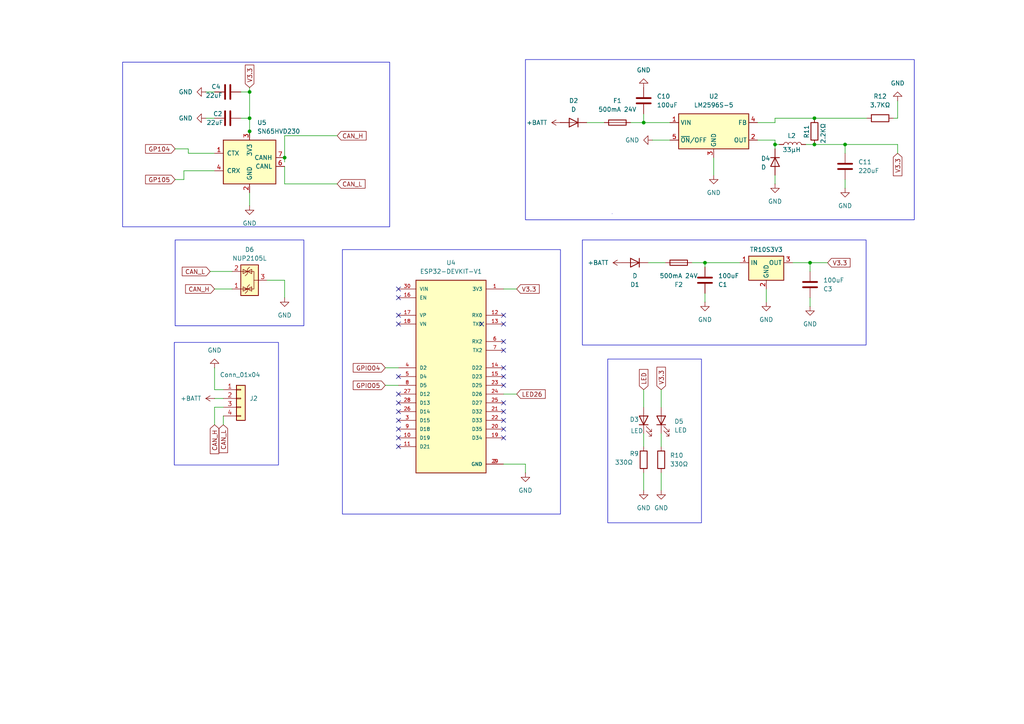
<source format=kicad_sch>
(kicad_sch
	(version 20231120)
	(generator "eeschema")
	(generator_version "8.0")
	(uuid "f3522b1f-cb5f-494e-8129-8f7effe41870")
	(paper "A4")
	(lib_symbols
		(symbol "Connector_Generic:Conn_01x04"
			(pin_names
				(offset 1.016) hide)
			(exclude_from_sim no)
			(in_bom yes)
			(on_board yes)
			(property "Reference" "J"
				(at 0 5.08 0)
				(effects
					(font
						(size 1.27 1.27)
					)
				)
			)
			(property "Value" "Conn_01x04"
				(at 0 -7.62 0)
				(effects
					(font
						(size 1.27 1.27)
					)
				)
			)
			(property "Footprint" ""
				(at 0 0 0)
				(effects
					(font
						(size 1.27 1.27)
					)
					(hide yes)
				)
			)
			(property "Datasheet" "~"
				(at 0 0 0)
				(effects
					(font
						(size 1.27 1.27)
					)
					(hide yes)
				)
			)
			(property "Description" "Generic connector, single row, 01x04, script generated (kicad-library-utils/schlib/autogen/connector/)"
				(at 0 0 0)
				(effects
					(font
						(size 1.27 1.27)
					)
					(hide yes)
				)
			)
			(property "ki_keywords" "connector"
				(at 0 0 0)
				(effects
					(font
						(size 1.27 1.27)
					)
					(hide yes)
				)
			)
			(property "ki_fp_filters" "Connector*:*_1x??_*"
				(at 0 0 0)
				(effects
					(font
						(size 1.27 1.27)
					)
					(hide yes)
				)
			)
			(symbol "Conn_01x04_1_1"
				(rectangle
					(start -1.27 -4.953)
					(end 0 -5.207)
					(stroke
						(width 0.1524)
						(type default)
					)
					(fill
						(type none)
					)
				)
				(rectangle
					(start -1.27 -2.413)
					(end 0 -2.667)
					(stroke
						(width 0.1524)
						(type default)
					)
					(fill
						(type none)
					)
				)
				(rectangle
					(start -1.27 0.127)
					(end 0 -0.127)
					(stroke
						(width 0.1524)
						(type default)
					)
					(fill
						(type none)
					)
				)
				(rectangle
					(start -1.27 2.667)
					(end 0 2.413)
					(stroke
						(width 0.1524)
						(type default)
					)
					(fill
						(type none)
					)
				)
				(rectangle
					(start -1.27 3.81)
					(end 1.27 -6.35)
					(stroke
						(width 0.254)
						(type default)
					)
					(fill
						(type background)
					)
				)
				(pin passive line
					(at -5.08 2.54 0)
					(length 3.81)
					(name "Pin_1"
						(effects
							(font
								(size 1.27 1.27)
							)
						)
					)
					(number "1"
						(effects
							(font
								(size 1.27 1.27)
							)
						)
					)
				)
				(pin passive line
					(at -5.08 0 0)
					(length 3.81)
					(name "Pin_2"
						(effects
							(font
								(size 1.27 1.27)
							)
						)
					)
					(number "2"
						(effects
							(font
								(size 1.27 1.27)
							)
						)
					)
				)
				(pin passive line
					(at -5.08 -2.54 0)
					(length 3.81)
					(name "Pin_3"
						(effects
							(font
								(size 1.27 1.27)
							)
						)
					)
					(number "3"
						(effects
							(font
								(size 1.27 1.27)
							)
						)
					)
				)
				(pin passive line
					(at -5.08 -5.08 0)
					(length 3.81)
					(name "Pin_4"
						(effects
							(font
								(size 1.27 1.27)
							)
						)
					)
					(number "4"
						(effects
							(font
								(size 1.27 1.27)
							)
						)
					)
				)
			)
		)
		(symbol "Converter_DCDC:OKI-78SR-3.3_1.5-W36-C"
			(exclude_from_sim no)
			(in_bom yes)
			(on_board yes)
			(property "Reference" "U"
				(at -3.81 3.175 0)
				(effects
					(font
						(size 1.27 1.27)
					)
				)
			)
			(property "Value" "OKI-78SR-3.3_1.5-W36-C"
				(at 0 3.175 0)
				(effects
					(font
						(size 1.27 1.27)
					)
					(justify left)
				)
			)
			(property "Footprint" "Converter_DCDC:Converter_DCDC_Murata_OKI-78SR_Vertical"
				(at 1.27 -6.35 0)
				(effects
					(font
						(size 1.27 1.27)
						(italic yes)
					)
					(justify left)
					(hide yes)
				)
			)
			(property "Datasheet" "https://power.murata.com/data/power/oki-78sr.pdf"
				(at 0 0 0)
				(effects
					(font
						(size 1.27 1.27)
					)
					(hide yes)
				)
			)
			(property "Description" "1.5A Step-Down DC/DC-Regulator, 7-36V input, 3.3V fixed Output Voltage, LM78xx replacement, -40°C to +85°C, OKI-78SR_Vertical"
				(at 0 0 0)
				(effects
					(font
						(size 1.27 1.27)
					)
					(hide yes)
				)
			)
			(property "ki_keywords" "dc-dc murata Step-Down DC/DC-Regulator"
				(at 0 0 0)
				(effects
					(font
						(size 1.27 1.27)
					)
					(hide yes)
				)
			)
			(property "ki_fp_filters" "Converter*DCDC*Murata*OKI*78SR*Vertical*"
				(at 0 0 0)
				(effects
					(font
						(size 1.27 1.27)
					)
					(hide yes)
				)
			)
			(symbol "OKI-78SR-3.3_1.5-W36-C_0_1"
				(rectangle
					(start -5.08 1.905)
					(end 5.08 -5.08)
					(stroke
						(width 0.254)
						(type default)
					)
					(fill
						(type background)
					)
				)
			)
			(symbol "OKI-78SR-3.3_1.5-W36-C_1_1"
				(pin power_in line
					(at -7.62 0 0)
					(length 2.54)
					(name "IN"
						(effects
							(font
								(size 1.27 1.27)
							)
						)
					)
					(number "1"
						(effects
							(font
								(size 1.27 1.27)
							)
						)
					)
				)
				(pin power_in line
					(at 0 -7.62 90)
					(length 2.54)
					(name "GND"
						(effects
							(font
								(size 1.27 1.27)
							)
						)
					)
					(number "2"
						(effects
							(font
								(size 1.27 1.27)
							)
						)
					)
				)
				(pin power_out line
					(at 7.62 0 180)
					(length 2.54)
					(name "OUT"
						(effects
							(font
								(size 1.27 1.27)
							)
						)
					)
					(number "3"
						(effects
							(font
								(size 1.27 1.27)
							)
						)
					)
				)
			)
		)
		(symbol "Device:C"
			(pin_numbers hide)
			(pin_names
				(offset 0.254)
			)
			(exclude_from_sim no)
			(in_bom yes)
			(on_board yes)
			(property "Reference" "C"
				(at 0.635 2.54 0)
				(effects
					(font
						(size 1.27 1.27)
					)
					(justify left)
				)
			)
			(property "Value" "C"
				(at 0.635 -2.54 0)
				(effects
					(font
						(size 1.27 1.27)
					)
					(justify left)
				)
			)
			(property "Footprint" ""
				(at 0.9652 -3.81 0)
				(effects
					(font
						(size 1.27 1.27)
					)
					(hide yes)
				)
			)
			(property "Datasheet" "~"
				(at 0 0 0)
				(effects
					(font
						(size 1.27 1.27)
					)
					(hide yes)
				)
			)
			(property "Description" "Unpolarized capacitor"
				(at 0 0 0)
				(effects
					(font
						(size 1.27 1.27)
					)
					(hide yes)
				)
			)
			(property "ki_keywords" "cap capacitor"
				(at 0 0 0)
				(effects
					(font
						(size 1.27 1.27)
					)
					(hide yes)
				)
			)
			(property "ki_fp_filters" "C_*"
				(at 0 0 0)
				(effects
					(font
						(size 1.27 1.27)
					)
					(hide yes)
				)
			)
			(symbol "C_0_1"
				(polyline
					(pts
						(xy -2.032 -0.762) (xy 2.032 -0.762)
					)
					(stroke
						(width 0.508)
						(type default)
					)
					(fill
						(type none)
					)
				)
				(polyline
					(pts
						(xy -2.032 0.762) (xy 2.032 0.762)
					)
					(stroke
						(width 0.508)
						(type default)
					)
					(fill
						(type none)
					)
				)
			)
			(symbol "C_1_1"
				(pin passive line
					(at 0 3.81 270)
					(length 2.794)
					(name "~"
						(effects
							(font
								(size 1.27 1.27)
							)
						)
					)
					(number "1"
						(effects
							(font
								(size 1.27 1.27)
							)
						)
					)
				)
				(pin passive line
					(at 0 -3.81 90)
					(length 2.794)
					(name "~"
						(effects
							(font
								(size 1.27 1.27)
							)
						)
					)
					(number "2"
						(effects
							(font
								(size 1.27 1.27)
							)
						)
					)
				)
			)
		)
		(symbol "Device:D"
			(pin_numbers hide)
			(pin_names
				(offset 1.016) hide)
			(exclude_from_sim no)
			(in_bom yes)
			(on_board yes)
			(property "Reference" "D"
				(at 0 2.54 0)
				(effects
					(font
						(size 1.27 1.27)
					)
				)
			)
			(property "Value" "D"
				(at 0 -2.54 0)
				(effects
					(font
						(size 1.27 1.27)
					)
				)
			)
			(property "Footprint" ""
				(at 0 0 0)
				(effects
					(font
						(size 1.27 1.27)
					)
					(hide yes)
				)
			)
			(property "Datasheet" "~"
				(at 0 0 0)
				(effects
					(font
						(size 1.27 1.27)
					)
					(hide yes)
				)
			)
			(property "Description" "Diode"
				(at 0 0 0)
				(effects
					(font
						(size 1.27 1.27)
					)
					(hide yes)
				)
			)
			(property "Sim.Device" "D"
				(at 0 0 0)
				(effects
					(font
						(size 1.27 1.27)
					)
					(hide yes)
				)
			)
			(property "Sim.Pins" "1=K 2=A"
				(at 0 0 0)
				(effects
					(font
						(size 1.27 1.27)
					)
					(hide yes)
				)
			)
			(property "ki_keywords" "diode"
				(at 0 0 0)
				(effects
					(font
						(size 1.27 1.27)
					)
					(hide yes)
				)
			)
			(property "ki_fp_filters" "TO-???* *_Diode_* *SingleDiode* D_*"
				(at 0 0 0)
				(effects
					(font
						(size 1.27 1.27)
					)
					(hide yes)
				)
			)
			(symbol "D_0_1"
				(polyline
					(pts
						(xy -1.27 1.27) (xy -1.27 -1.27)
					)
					(stroke
						(width 0.254)
						(type default)
					)
					(fill
						(type none)
					)
				)
				(polyline
					(pts
						(xy 1.27 0) (xy -1.27 0)
					)
					(stroke
						(width 0)
						(type default)
					)
					(fill
						(type none)
					)
				)
				(polyline
					(pts
						(xy 1.27 1.27) (xy 1.27 -1.27) (xy -1.27 0) (xy 1.27 1.27)
					)
					(stroke
						(width 0.254)
						(type default)
					)
					(fill
						(type none)
					)
				)
			)
			(symbol "D_1_1"
				(pin passive line
					(at -3.81 0 0)
					(length 2.54)
					(name "K"
						(effects
							(font
								(size 1.27 1.27)
							)
						)
					)
					(number "1"
						(effects
							(font
								(size 1.27 1.27)
							)
						)
					)
				)
				(pin passive line
					(at 3.81 0 180)
					(length 2.54)
					(name "A"
						(effects
							(font
								(size 1.27 1.27)
							)
						)
					)
					(number "2"
						(effects
							(font
								(size 1.27 1.27)
							)
						)
					)
				)
			)
		)
		(symbol "Device:Fuse"
			(pin_numbers hide)
			(pin_names
				(offset 0)
			)
			(exclude_from_sim no)
			(in_bom yes)
			(on_board yes)
			(property "Reference" "F"
				(at 2.032 0 90)
				(effects
					(font
						(size 1.27 1.27)
					)
				)
			)
			(property "Value" "Fuse"
				(at -1.905 0 90)
				(effects
					(font
						(size 1.27 1.27)
					)
				)
			)
			(property "Footprint" ""
				(at -1.778 0 90)
				(effects
					(font
						(size 1.27 1.27)
					)
					(hide yes)
				)
			)
			(property "Datasheet" "~"
				(at 0 0 0)
				(effects
					(font
						(size 1.27 1.27)
					)
					(hide yes)
				)
			)
			(property "Description" "Fuse"
				(at 0 0 0)
				(effects
					(font
						(size 1.27 1.27)
					)
					(hide yes)
				)
			)
			(property "ki_keywords" "fuse"
				(at 0 0 0)
				(effects
					(font
						(size 1.27 1.27)
					)
					(hide yes)
				)
			)
			(property "ki_fp_filters" "*Fuse*"
				(at 0 0 0)
				(effects
					(font
						(size 1.27 1.27)
					)
					(hide yes)
				)
			)
			(symbol "Fuse_0_1"
				(rectangle
					(start -0.762 -2.54)
					(end 0.762 2.54)
					(stroke
						(width 0.254)
						(type default)
					)
					(fill
						(type none)
					)
				)
				(polyline
					(pts
						(xy 0 2.54) (xy 0 -2.54)
					)
					(stroke
						(width 0)
						(type default)
					)
					(fill
						(type none)
					)
				)
			)
			(symbol "Fuse_1_1"
				(pin passive line
					(at 0 3.81 270)
					(length 1.27)
					(name "~"
						(effects
							(font
								(size 1.27 1.27)
							)
						)
					)
					(number "1"
						(effects
							(font
								(size 1.27 1.27)
							)
						)
					)
				)
				(pin passive line
					(at 0 -3.81 90)
					(length 1.27)
					(name "~"
						(effects
							(font
								(size 1.27 1.27)
							)
						)
					)
					(number "2"
						(effects
							(font
								(size 1.27 1.27)
							)
						)
					)
				)
			)
		)
		(symbol "Device:L"
			(pin_numbers hide)
			(pin_names
				(offset 1.016) hide)
			(exclude_from_sim no)
			(in_bom yes)
			(on_board yes)
			(property "Reference" "L"
				(at -1.27 0 90)
				(effects
					(font
						(size 1.27 1.27)
					)
				)
			)
			(property "Value" "L"
				(at 1.905 0 90)
				(effects
					(font
						(size 1.27 1.27)
					)
				)
			)
			(property "Footprint" ""
				(at 0 0 0)
				(effects
					(font
						(size 1.27 1.27)
					)
					(hide yes)
				)
			)
			(property "Datasheet" "~"
				(at 0 0 0)
				(effects
					(font
						(size 1.27 1.27)
					)
					(hide yes)
				)
			)
			(property "Description" "Inductor"
				(at 0 0 0)
				(effects
					(font
						(size 1.27 1.27)
					)
					(hide yes)
				)
			)
			(property "ki_keywords" "inductor choke coil reactor magnetic"
				(at 0 0 0)
				(effects
					(font
						(size 1.27 1.27)
					)
					(hide yes)
				)
			)
			(property "ki_fp_filters" "Choke_* *Coil* Inductor_* L_*"
				(at 0 0 0)
				(effects
					(font
						(size 1.27 1.27)
					)
					(hide yes)
				)
			)
			(symbol "L_0_1"
				(arc
					(start 0 -2.54)
					(mid 0.6323 -1.905)
					(end 0 -1.27)
					(stroke
						(width 0)
						(type default)
					)
					(fill
						(type none)
					)
				)
				(arc
					(start 0 -1.27)
					(mid 0.6323 -0.635)
					(end 0 0)
					(stroke
						(width 0)
						(type default)
					)
					(fill
						(type none)
					)
				)
				(arc
					(start 0 0)
					(mid 0.6323 0.635)
					(end 0 1.27)
					(stroke
						(width 0)
						(type default)
					)
					(fill
						(type none)
					)
				)
				(arc
					(start 0 1.27)
					(mid 0.6323 1.905)
					(end 0 2.54)
					(stroke
						(width 0)
						(type default)
					)
					(fill
						(type none)
					)
				)
			)
			(symbol "L_1_1"
				(pin passive line
					(at 0 3.81 270)
					(length 1.27)
					(name "1"
						(effects
							(font
								(size 1.27 1.27)
							)
						)
					)
					(number "1"
						(effects
							(font
								(size 1.27 1.27)
							)
						)
					)
				)
				(pin passive line
					(at 0 -3.81 90)
					(length 1.27)
					(name "2"
						(effects
							(font
								(size 1.27 1.27)
							)
						)
					)
					(number "2"
						(effects
							(font
								(size 1.27 1.27)
							)
						)
					)
				)
			)
		)
		(symbol "Device:LED"
			(pin_numbers hide)
			(pin_names
				(offset 1.016) hide)
			(exclude_from_sim no)
			(in_bom yes)
			(on_board yes)
			(property "Reference" "D"
				(at 0 2.54 0)
				(effects
					(font
						(size 1.27 1.27)
					)
				)
			)
			(property "Value" "LED"
				(at 0 -2.54 0)
				(effects
					(font
						(size 1.27 1.27)
					)
				)
			)
			(property "Footprint" ""
				(at 0 0 0)
				(effects
					(font
						(size 1.27 1.27)
					)
					(hide yes)
				)
			)
			(property "Datasheet" "~"
				(at 0 0 0)
				(effects
					(font
						(size 1.27 1.27)
					)
					(hide yes)
				)
			)
			(property "Description" "Light emitting diode"
				(at 0 0 0)
				(effects
					(font
						(size 1.27 1.27)
					)
					(hide yes)
				)
			)
			(property "ki_keywords" "LED diode"
				(at 0 0 0)
				(effects
					(font
						(size 1.27 1.27)
					)
					(hide yes)
				)
			)
			(property "ki_fp_filters" "LED* LED_SMD:* LED_THT:*"
				(at 0 0 0)
				(effects
					(font
						(size 1.27 1.27)
					)
					(hide yes)
				)
			)
			(symbol "LED_0_1"
				(polyline
					(pts
						(xy -1.27 -1.27) (xy -1.27 1.27)
					)
					(stroke
						(width 0.254)
						(type default)
					)
					(fill
						(type none)
					)
				)
				(polyline
					(pts
						(xy -1.27 0) (xy 1.27 0)
					)
					(stroke
						(width 0)
						(type default)
					)
					(fill
						(type none)
					)
				)
				(polyline
					(pts
						(xy 1.27 -1.27) (xy 1.27 1.27) (xy -1.27 0) (xy 1.27 -1.27)
					)
					(stroke
						(width 0.254)
						(type default)
					)
					(fill
						(type none)
					)
				)
				(polyline
					(pts
						(xy -3.048 -0.762) (xy -4.572 -2.286) (xy -3.81 -2.286) (xy -4.572 -2.286) (xy -4.572 -1.524)
					)
					(stroke
						(width 0)
						(type default)
					)
					(fill
						(type none)
					)
				)
				(polyline
					(pts
						(xy -1.778 -0.762) (xy -3.302 -2.286) (xy -2.54 -2.286) (xy -3.302 -2.286) (xy -3.302 -1.524)
					)
					(stroke
						(width 0)
						(type default)
					)
					(fill
						(type none)
					)
				)
			)
			(symbol "LED_1_1"
				(pin passive line
					(at -3.81 0 0)
					(length 2.54)
					(name "K"
						(effects
							(font
								(size 1.27 1.27)
							)
						)
					)
					(number "1"
						(effects
							(font
								(size 1.27 1.27)
							)
						)
					)
				)
				(pin passive line
					(at 3.81 0 180)
					(length 2.54)
					(name "A"
						(effects
							(font
								(size 1.27 1.27)
							)
						)
					)
					(number "2"
						(effects
							(font
								(size 1.27 1.27)
							)
						)
					)
				)
			)
		)
		(symbol "Device:R"
			(pin_numbers hide)
			(pin_names
				(offset 0)
			)
			(exclude_from_sim no)
			(in_bom yes)
			(on_board yes)
			(property "Reference" "R"
				(at 2.032 0 90)
				(effects
					(font
						(size 1.27 1.27)
					)
				)
			)
			(property "Value" "R"
				(at 0 0 90)
				(effects
					(font
						(size 1.27 1.27)
					)
				)
			)
			(property "Footprint" ""
				(at -1.778 0 90)
				(effects
					(font
						(size 1.27 1.27)
					)
					(hide yes)
				)
			)
			(property "Datasheet" "~"
				(at 0 0 0)
				(effects
					(font
						(size 1.27 1.27)
					)
					(hide yes)
				)
			)
			(property "Description" "Resistor"
				(at 0 0 0)
				(effects
					(font
						(size 1.27 1.27)
					)
					(hide yes)
				)
			)
			(property "ki_keywords" "R res resistor"
				(at 0 0 0)
				(effects
					(font
						(size 1.27 1.27)
					)
					(hide yes)
				)
			)
			(property "ki_fp_filters" "R_*"
				(at 0 0 0)
				(effects
					(font
						(size 1.27 1.27)
					)
					(hide yes)
				)
			)
			(symbol "R_0_1"
				(rectangle
					(start -1.016 -2.54)
					(end 1.016 2.54)
					(stroke
						(width 0.254)
						(type default)
					)
					(fill
						(type none)
					)
				)
			)
			(symbol "R_1_1"
				(pin passive line
					(at 0 3.81 270)
					(length 1.27)
					(name "~"
						(effects
							(font
								(size 1.27 1.27)
							)
						)
					)
					(number "1"
						(effects
							(font
								(size 1.27 1.27)
							)
						)
					)
				)
				(pin passive line
					(at 0 -3.81 90)
					(length 1.27)
					(name "~"
						(effects
							(font
								(size 1.27 1.27)
							)
						)
					)
					(number "2"
						(effects
							(font
								(size 1.27 1.27)
							)
						)
					)
				)
			)
		)
		(symbol "Interface_CAN_LINzz:SN65HVD230"
			(pin_names
				(offset 1.016)
			)
			(exclude_from_sim no)
			(in_bom yes)
			(on_board yes)
			(property "Reference" "U"
				(at 3.81 2.54 0)
				(effects
					(font
						(size 1.27 1.27)
					)
					(justify right)
				)
			)
			(property "Value" "SN65HVD230"
				(at 3.81 0 0)
				(effects
					(font
						(size 1.27 1.27)
					)
					(justify right)
				)
			)
			(property "Footprint" "Package_SO:SOIC-8_3.9x4.9mm_P1.27mm"
				(at 8.636 -33.782 0)
				(effects
					(font
						(size 1.27 1.27)
					)
					(hide yes)
				)
			)
			(property "Datasheet" ""
				(at 2.794 12.446 0)
				(effects
					(font
						(size 1.27 1.27)
					)
					(hide yes)
				)
			)
			(property "Description" "CAN Bus Transceivers, 3.3V, 1Mbps, Low-Power capabilities, SOIC-8"
				(at 9.398 -35.814 0)
				(effects
					(font
						(size 1.27 1.27)
					)
					(hide yes)
				)
			)
			(property "ki_keywords" "can transeiver ti low-power"
				(at 0 0 0)
				(effects
					(font
						(size 1.27 1.27)
					)
					(hide yes)
				)
			)
			(property "ki_fp_filters" "SOIC*3.9x4.9mm*P1.27mm*"
				(at 0 0 0)
				(effects
					(font
						(size 1.27 1.27)
					)
					(hide yes)
				)
			)
			(symbol "SN65HVD230_0_1"
				(rectangle
					(start -1.27 -2.54)
					(end 13.97 -15.24)
					(stroke
						(width 0.254)
						(type default)
					)
					(fill
						(type background)
					)
				)
			)
			(symbol "SN65HVD230_1_1"
				(pin input line
					(at -3.81 -6.35 0)
					(length 2.54)
					(name "CTX"
						(effects
							(font
								(size 1.27 1.27)
							)
						)
					)
					(number "1"
						(effects
							(font
								(size 1.27 1.27)
							)
						)
					)
				)
				(pin power_in line
					(at 6.35 -17.78 90)
					(length 2.54)
					(name "GND"
						(effects
							(font
								(size 1.27 1.27)
							)
						)
					)
					(number "2"
						(effects
							(font
								(size 1.27 1.27)
							)
						)
					)
				)
				(pin power_in line
					(at 6.35 0 270)
					(length 2.54)
					(name "3V3"
						(effects
							(font
								(size 1.27 1.27)
							)
						)
					)
					(number "3"
						(effects
							(font
								(size 1.27 1.27)
							)
						)
					)
				)
				(pin output line
					(at -3.81 -11.43 0)
					(length 2.54)
					(name "CRX"
						(effects
							(font
								(size 1.27 1.27)
							)
						)
					)
					(number "4"
						(effects
							(font
								(size 1.27 1.27)
							)
						)
					)
				)
				(pin bidirectional line
					(at 16.51 -10.16 180)
					(length 2.54)
					(name "CANL"
						(effects
							(font
								(size 1.27 1.27)
							)
						)
					)
					(number "6"
						(effects
							(font
								(size 1.27 1.27)
							)
						)
					)
				)
				(pin bidirectional line
					(at 16.51 -7.62 180)
					(length 2.54)
					(name "CANH"
						(effects
							(font
								(size 1.27 1.27)
							)
						)
					)
					(number "7"
						(effects
							(font
								(size 1.27 1.27)
							)
						)
					)
				)
			)
		)
		(symbol "Power_Protection:NUP2105L"
			(pin_names hide)
			(exclude_from_sim no)
			(in_bom yes)
			(on_board yes)
			(property "Reference" "D"
				(at 5.715 2.54 0)
				(effects
					(font
						(size 1.27 1.27)
					)
					(justify left)
				)
			)
			(property "Value" "NUP2105L"
				(at 5.715 0.635 0)
				(effects
					(font
						(size 1.27 1.27)
					)
					(justify left)
				)
			)
			(property "Footprint" "Package_TO_SOT_SMD:SOT-23"
				(at 5.715 -1.27 0)
				(effects
					(font
						(size 1.27 1.27)
					)
					(justify left)
					(hide yes)
				)
			)
			(property "Datasheet" "https://www.onsemi.com/pub_link/Collateral/NUP2105L-D.PDF"
				(at 3.175 3.175 0)
				(effects
					(font
						(size 1.27 1.27)
					)
					(hide yes)
				)
			)
			(property "Description" "Dual Line CAN Bus Protector, 24Vrwm"
				(at 0 0 0)
				(effects
					(font
						(size 1.27 1.27)
					)
					(hide yes)
				)
			)
			(property "ki_keywords" "can esd protection suppression transient"
				(at 0 0 0)
				(effects
					(font
						(size 1.27 1.27)
					)
					(hide yes)
				)
			)
			(property "ki_fp_filters" "SOT?23*"
				(at 0 0 0)
				(effects
					(font
						(size 1.27 1.27)
					)
					(hide yes)
				)
			)
			(symbol "NUP2105L_0_0"
				(pin passive line
					(at 0 -5.08 90)
					(length 2.54)
					(name "A"
						(effects
							(font
								(size 1.27 1.27)
							)
						)
					)
					(number "3"
						(effects
							(font
								(size 1.27 1.27)
							)
						)
					)
				)
			)
			(symbol "NUP2105L_0_1"
				(rectangle
					(start -4.445 2.54)
					(end 4.445 -2.54)
					(stroke
						(width 0.254)
						(type default)
					)
					(fill
						(type background)
					)
				)
				(polyline
					(pts
						(xy -2.54 2.54) (xy -2.54 0.635)
					)
					(stroke
						(width 0)
						(type default)
					)
					(fill
						(type none)
					)
				)
				(polyline
					(pts
						(xy 0 -1.27) (xy 0 -2.54)
					)
					(stroke
						(width 0)
						(type default)
					)
					(fill
						(type none)
					)
				)
				(polyline
					(pts
						(xy 2.54 2.54) (xy 2.54 0.635)
					)
					(stroke
						(width 0)
						(type default)
					)
					(fill
						(type none)
					)
				)
				(polyline
					(pts
						(xy -3.81 1.27) (xy -3.175 0.635) (xy -1.905 0.635) (xy -1.27 0)
					)
					(stroke
						(width 0)
						(type default)
					)
					(fill
						(type none)
					)
				)
				(polyline
					(pts
						(xy -2.54 0.635) (xy -2.54 -1.27) (xy 2.54 -1.27) (xy 2.54 0.635)
					)
					(stroke
						(width 0)
						(type default)
					)
					(fill
						(type none)
					)
				)
				(polyline
					(pts
						(xy -2.54 0.635) (xy -1.905 -0.635) (xy -3.175 -0.635) (xy -2.54 0.635)
					)
					(stroke
						(width 0)
						(type default)
					)
					(fill
						(type none)
					)
				)
				(polyline
					(pts
						(xy 2.54 0.635) (xy 1.905 -0.635) (xy 3.175 -0.635) (xy 2.54 0.635)
					)
					(stroke
						(width 0)
						(type default)
					)
					(fill
						(type none)
					)
				)
				(polyline
					(pts
						(xy 2.54 0.635) (xy 3.175 1.905) (xy 1.905 1.905) (xy 2.54 0.635)
					)
					(stroke
						(width 0)
						(type default)
					)
					(fill
						(type none)
					)
				)
				(polyline
					(pts
						(xy -2.54 0.635) (xy -3.175 1.905) (xy -1.905 1.905) (xy -2.54 0.635) (xy -2.54 1.27)
					)
					(stroke
						(width 0)
						(type default)
					)
					(fill
						(type none)
					)
				)
				(polyline
					(pts
						(xy 1.27 1.27) (xy 1.905 0.635) (xy 2.54 0.635) (xy 3.175 0.635) (xy 3.81 0)
					)
					(stroke
						(width 0)
						(type default)
					)
					(fill
						(type none)
					)
				)
			)
			(symbol "NUP2105L_1_1"
				(pin passive line
					(at -2.54 5.08 270)
					(length 2.54)
					(name "K"
						(effects
							(font
								(size 1.27 1.27)
							)
						)
					)
					(number "1"
						(effects
							(font
								(size 1.27 1.27)
							)
						)
					)
				)
				(pin passive line
					(at 2.54 5.08 270)
					(length 2.54)
					(name "K"
						(effects
							(font
								(size 1.27 1.27)
							)
						)
					)
					(number "2"
						(effects
							(font
								(size 1.27 1.27)
							)
						)
					)
				)
			)
		)
		(symbol "Regulator_Switching:LM2596S-5"
			(exclude_from_sim no)
			(in_bom yes)
			(on_board yes)
			(property "Reference" "U"
				(at -10.16 6.35 0)
				(effects
					(font
						(size 1.27 1.27)
					)
					(justify left)
				)
			)
			(property "Value" "LM2596S-5"
				(at 0 6.35 0)
				(effects
					(font
						(size 1.27 1.27)
					)
					(justify left)
				)
			)
			(property "Footprint" "Package_TO_SOT_SMD:TO-263-5_TabPin3"
				(at 1.27 -6.35 0)
				(effects
					(font
						(size 1.27 1.27)
						(italic yes)
					)
					(justify left)
					(hide yes)
				)
			)
			(property "Datasheet" "http://www.ti.com/lit/ds/symlink/lm2596.pdf"
				(at 0 0 0)
				(effects
					(font
						(size 1.27 1.27)
					)
					(hide yes)
				)
			)
			(property "Description" "5V 3A Step-Down Voltage Regulator, TO-263"
				(at 0 0 0)
				(effects
					(font
						(size 1.27 1.27)
					)
					(hide yes)
				)
			)
			(property "ki_keywords" "Step-Down Voltage Regulator 5V 3A"
				(at 0 0 0)
				(effects
					(font
						(size 1.27 1.27)
					)
					(hide yes)
				)
			)
			(property "ki_fp_filters" "TO?263*"
				(at 0 0 0)
				(effects
					(font
						(size 1.27 1.27)
					)
					(hide yes)
				)
			)
			(symbol "LM2596S-5_0_1"
				(rectangle
					(start -10.16 5.08)
					(end 10.16 -5.08)
					(stroke
						(width 0.254)
						(type default)
					)
					(fill
						(type background)
					)
				)
			)
			(symbol "LM2596S-5_1_1"
				(pin power_in line
					(at -12.7 2.54 0)
					(length 2.54)
					(name "VIN"
						(effects
							(font
								(size 1.27 1.27)
							)
						)
					)
					(number "1"
						(effects
							(font
								(size 1.27 1.27)
							)
						)
					)
				)
				(pin output line
					(at 12.7 -2.54 180)
					(length 2.54)
					(name "OUT"
						(effects
							(font
								(size 1.27 1.27)
							)
						)
					)
					(number "2"
						(effects
							(font
								(size 1.27 1.27)
							)
						)
					)
				)
				(pin power_in line
					(at 0 -7.62 90)
					(length 2.54)
					(name "GND"
						(effects
							(font
								(size 1.27 1.27)
							)
						)
					)
					(number "3"
						(effects
							(font
								(size 1.27 1.27)
							)
						)
					)
				)
				(pin input line
					(at 12.7 2.54 180)
					(length 2.54)
					(name "FB"
						(effects
							(font
								(size 1.27 1.27)
							)
						)
					)
					(number "4"
						(effects
							(font
								(size 1.27 1.27)
							)
						)
					)
				)
				(pin input line
					(at -12.7 -2.54 0)
					(length 2.54)
					(name "~{ON}/OFF"
						(effects
							(font
								(size 1.27 1.27)
							)
						)
					)
					(number "5"
						(effects
							(font
								(size 1.27 1.27)
							)
						)
					)
				)
			)
		)
		(symbol "espBUN:ESP32-DEVKIT-V1"
			(pin_names
				(offset 1.016)
			)
			(exclude_from_sim no)
			(in_bom yes)
			(on_board yes)
			(property "Reference" "U"
				(at -10.16 30.48 0)
				(effects
					(font
						(size 1.27 1.27)
					)
					(justify left top)
				)
			)
			(property "Value" "ESP32-DEVKIT-V1"
				(at -10.16 -30.48 0)
				(effects
					(font
						(size 1.27 1.27)
					)
					(justify left bottom)
				)
			)
			(property "Footprint" "ESP32-DEVKIT-V1:MODULE_ESP32_DEVKIT_V1"
				(at 0 0 0)
				(effects
					(font
						(size 1.27 1.27)
					)
					(justify bottom)
					(hide yes)
				)
			)
			(property "Datasheet" ""
				(at 0 0 0)
				(effects
					(font
						(size 1.27 1.27)
					)
					(hide yes)
				)
			)
			(property "Description" ""
				(at 0 0 0)
				(effects
					(font
						(size 1.27 1.27)
					)
					(hide yes)
				)
			)
			(property "MF" "Do it"
				(at 0 0 0)
				(effects
					(font
						(size 1.27 1.27)
					)
					(justify bottom)
					(hide yes)
				)
			)
			(property "MAXIMUM_PACKAGE_HEIGHT" "6.8 mm"
				(at 0 0 0)
				(effects
					(font
						(size 1.27 1.27)
					)
					(justify bottom)
					(hide yes)
				)
			)
			(property "Package" "None"
				(at 0 0 0)
				(effects
					(font
						(size 1.27 1.27)
					)
					(justify bottom)
					(hide yes)
				)
			)
			(property "Price" "None"
				(at 0 0 0)
				(effects
					(font
						(size 1.27 1.27)
					)
					(justify bottom)
					(hide yes)
				)
			)
			(property "Check_prices" "https://www.snapeda.com/parts/ESP32-DEVKIT-V1/Do+it/view-part/?ref=eda"
				(at 0 0 0)
				(effects
					(font
						(size 1.27 1.27)
					)
					(justify bottom)
					(hide yes)
				)
			)
			(property "STANDARD" "Manufacturer Recommendations"
				(at 0 0 0)
				(effects
					(font
						(size 1.27 1.27)
					)
					(justify bottom)
					(hide yes)
				)
			)
			(property "PARTREV" "N/A"
				(at 0 0 0)
				(effects
					(font
						(size 1.27 1.27)
					)
					(justify bottom)
					(hide yes)
				)
			)
			(property "SnapEDA_Link" "https://www.snapeda.com/parts/ESP32-DEVKIT-V1/Do+it/view-part/?ref=snap"
				(at 0 0 0)
				(effects
					(font
						(size 1.27 1.27)
					)
					(justify bottom)
					(hide yes)
				)
			)
			(property "MP" "ESP32-DEVKIT-V1"
				(at 0 0 0)
				(effects
					(font
						(size 1.27 1.27)
					)
					(justify bottom)
					(hide yes)
				)
			)
			(property "Description_1" "\n                        \n                            Dual core, Wi-Fi: 2.4 GHz up to 150 Mbits/s,BLE (Bluetooth Low Energy) and legacy Bluetooth, 32 bits, Up to 240 MHz\n                        \n"
				(at 0 0 0)
				(effects
					(font
						(size 1.27 1.27)
					)
					(justify bottom)
					(hide yes)
				)
			)
			(property "Availability" "Not in stock"
				(at 0 0 0)
				(effects
					(font
						(size 1.27 1.27)
					)
					(justify bottom)
					(hide yes)
				)
			)
			(property "MANUFACTURER" "DOIT"
				(at 0 0 0)
				(effects
					(font
						(size 1.27 1.27)
					)
					(justify bottom)
					(hide yes)
				)
			)
			(symbol "ESP32-DEVKIT-V1_0_0"
				(rectangle
					(start -10.16 -27.94)
					(end 10.16 27.94)
					(stroke
						(width 0.254)
						(type default)
					)
					(fill
						(type background)
					)
				)
				(pin output line
					(at 15.24 25.4 180)
					(length 5.08)
					(name "3V3"
						(effects
							(font
								(size 1.016 1.016)
							)
						)
					)
					(number "1"
						(effects
							(font
								(size 1.016 1.016)
							)
						)
					)
				)
				(pin bidirectional line
					(at -15.24 -17.78 0)
					(length 5.08)
					(name "D19"
						(effects
							(font
								(size 1.016 1.016)
							)
						)
					)
					(number "10"
						(effects
							(font
								(size 1.016 1.016)
							)
						)
					)
				)
				(pin bidirectional line
					(at -15.24 -20.32 0)
					(length 5.08)
					(name "D21"
						(effects
							(font
								(size 1.016 1.016)
							)
						)
					)
					(number "11"
						(effects
							(font
								(size 1.016 1.016)
							)
						)
					)
				)
				(pin input line
					(at 15.24 17.78 180)
					(length 5.08)
					(name "RX0"
						(effects
							(font
								(size 1.016 1.016)
							)
						)
					)
					(number "12"
						(effects
							(font
								(size 1.016 1.016)
							)
						)
					)
				)
				(pin output line
					(at 15.24 15.24 180)
					(length 5.08)
					(name "TX0"
						(effects
							(font
								(size 1.016 1.016)
							)
						)
					)
					(number "13"
						(effects
							(font
								(size 1.016 1.016)
							)
						)
					)
				)
				(pin bidirectional line
					(at 15.24 2.54 180)
					(length 5.08)
					(name "D22"
						(effects
							(font
								(size 1.016 1.016)
							)
						)
					)
					(number "14"
						(effects
							(font
								(size 1.016 1.016)
							)
						)
					)
				)
				(pin bidirectional line
					(at 15.24 0 180)
					(length 5.08)
					(name "D23"
						(effects
							(font
								(size 1.016 1.016)
							)
						)
					)
					(number "15"
						(effects
							(font
								(size 1.016 1.016)
							)
						)
					)
				)
				(pin input line
					(at -15.24 22.86 0)
					(length 5.08)
					(name "EN"
						(effects
							(font
								(size 1.016 1.016)
							)
						)
					)
					(number "16"
						(effects
							(font
								(size 1.016 1.016)
							)
						)
					)
				)
				(pin bidirectional line
					(at -15.24 17.78 0)
					(length 5.08)
					(name "VP"
						(effects
							(font
								(size 1.016 1.016)
							)
						)
					)
					(number "17"
						(effects
							(font
								(size 1.016 1.016)
							)
						)
					)
				)
				(pin bidirectional line
					(at -15.24 15.24 0)
					(length 5.08)
					(name "VN"
						(effects
							(font
								(size 1.016 1.016)
							)
						)
					)
					(number "18"
						(effects
							(font
								(size 1.016 1.016)
							)
						)
					)
				)
				(pin bidirectional line
					(at 15.24 -17.78 180)
					(length 5.08)
					(name "D34"
						(effects
							(font
								(size 1.016 1.016)
							)
						)
					)
					(number "19"
						(effects
							(font
								(size 1.016 1.016)
							)
						)
					)
				)
				(pin power_in line
					(at 15.24 -25.4 180)
					(length 5.08)
					(name "GND"
						(effects
							(font
								(size 1.016 1.016)
							)
						)
					)
					(number "2"
						(effects
							(font
								(size 1.016 1.016)
							)
						)
					)
				)
				(pin bidirectional line
					(at 15.24 -15.24 180)
					(length 5.08)
					(name "D35"
						(effects
							(font
								(size 1.016 1.016)
							)
						)
					)
					(number "20"
						(effects
							(font
								(size 1.016 1.016)
							)
						)
					)
				)
				(pin bidirectional line
					(at 15.24 -10.16 180)
					(length 5.08)
					(name "D32"
						(effects
							(font
								(size 1.016 1.016)
							)
						)
					)
					(number "21"
						(effects
							(font
								(size 1.016 1.016)
							)
						)
					)
				)
				(pin bidirectional line
					(at 15.24 -12.7 180)
					(length 5.08)
					(name "D33"
						(effects
							(font
								(size 1.016 1.016)
							)
						)
					)
					(number "22"
						(effects
							(font
								(size 1.016 1.016)
							)
						)
					)
				)
				(pin bidirectional line
					(at 15.24 -2.54 180)
					(length 5.08)
					(name "D25"
						(effects
							(font
								(size 1.016 1.016)
							)
						)
					)
					(number "23"
						(effects
							(font
								(size 1.016 1.016)
							)
						)
					)
				)
				(pin bidirectional line
					(at 15.24 -5.08 180)
					(length 5.08)
					(name "D26"
						(effects
							(font
								(size 1.016 1.016)
							)
						)
					)
					(number "24"
						(effects
							(font
								(size 1.016 1.016)
							)
						)
					)
				)
				(pin bidirectional line
					(at 15.24 -7.62 180)
					(length 5.08)
					(name "D27"
						(effects
							(font
								(size 1.016 1.016)
							)
						)
					)
					(number "25"
						(effects
							(font
								(size 1.016 1.016)
							)
						)
					)
				)
				(pin bidirectional line
					(at -15.24 -10.16 0)
					(length 5.08)
					(name "D14"
						(effects
							(font
								(size 1.016 1.016)
							)
						)
					)
					(number "26"
						(effects
							(font
								(size 1.016 1.016)
							)
						)
					)
				)
				(pin bidirectional line
					(at -15.24 -5.08 0)
					(length 5.08)
					(name "D12"
						(effects
							(font
								(size 1.016 1.016)
							)
						)
					)
					(number "27"
						(effects
							(font
								(size 1.016 1.016)
							)
						)
					)
				)
				(pin bidirectional line
					(at -15.24 -7.62 0)
					(length 5.08)
					(name "D13"
						(effects
							(font
								(size 1.016 1.016)
							)
						)
					)
					(number "28"
						(effects
							(font
								(size 1.016 1.016)
							)
						)
					)
				)
				(pin power_in line
					(at 15.24 -25.4 180)
					(length 5.08)
					(name "GND"
						(effects
							(font
								(size 1.016 1.016)
							)
						)
					)
					(number "29"
						(effects
							(font
								(size 1.016 1.016)
							)
						)
					)
				)
				(pin bidirectional line
					(at -15.24 -12.7 0)
					(length 5.08)
					(name "D15"
						(effects
							(font
								(size 1.016 1.016)
							)
						)
					)
					(number "3"
						(effects
							(font
								(size 1.016 1.016)
							)
						)
					)
				)
				(pin input line
					(at -15.24 25.4 0)
					(length 5.08)
					(name "VIN"
						(effects
							(font
								(size 1.016 1.016)
							)
						)
					)
					(number "30"
						(effects
							(font
								(size 1.016 1.016)
							)
						)
					)
				)
				(pin bidirectional line
					(at -15.24 2.54 0)
					(length 5.08)
					(name "D2"
						(effects
							(font
								(size 1.016 1.016)
							)
						)
					)
					(number "4"
						(effects
							(font
								(size 1.016 1.016)
							)
						)
					)
				)
				(pin bidirectional line
					(at -15.24 0 0)
					(length 5.08)
					(name "D4"
						(effects
							(font
								(size 1.016 1.016)
							)
						)
					)
					(number "5"
						(effects
							(font
								(size 1.016 1.016)
							)
						)
					)
				)
				(pin input line
					(at 15.24 10.16 180)
					(length 5.08)
					(name "RX2"
						(effects
							(font
								(size 1.016 1.016)
							)
						)
					)
					(number "6"
						(effects
							(font
								(size 1.016 1.016)
							)
						)
					)
				)
				(pin output line
					(at 15.24 7.62 180)
					(length 5.08)
					(name "TX2"
						(effects
							(font
								(size 1.016 1.016)
							)
						)
					)
					(number "7"
						(effects
							(font
								(size 1.016 1.016)
							)
						)
					)
				)
				(pin bidirectional line
					(at -15.24 -2.54 0)
					(length 5.08)
					(name "D5"
						(effects
							(font
								(size 1.016 1.016)
							)
						)
					)
					(number "8"
						(effects
							(font
								(size 1.016 1.016)
							)
						)
					)
				)
				(pin bidirectional line
					(at -15.24 -15.24 0)
					(length 5.08)
					(name "D18"
						(effects
							(font
								(size 1.016 1.016)
							)
						)
					)
					(number "9"
						(effects
							(font
								(size 1.016 1.016)
							)
						)
					)
				)
			)
		)
		(symbol "power:+BATT"
			(power)
			(pin_numbers hide)
			(pin_names
				(offset 0) hide)
			(exclude_from_sim no)
			(in_bom yes)
			(on_board yes)
			(property "Reference" "#PWR"
				(at 0 -3.81 0)
				(effects
					(font
						(size 1.27 1.27)
					)
					(hide yes)
				)
			)
			(property "Value" "+BATT"
				(at 0 3.556 0)
				(effects
					(font
						(size 1.27 1.27)
					)
				)
			)
			(property "Footprint" ""
				(at 0 0 0)
				(effects
					(font
						(size 1.27 1.27)
					)
					(hide yes)
				)
			)
			(property "Datasheet" ""
				(at 0 0 0)
				(effects
					(font
						(size 1.27 1.27)
					)
					(hide yes)
				)
			)
			(property "Description" "Power symbol creates a global label with name \"+BATT\""
				(at 0 0 0)
				(effects
					(font
						(size 1.27 1.27)
					)
					(hide yes)
				)
			)
			(property "ki_keywords" "global power battery"
				(at 0 0 0)
				(effects
					(font
						(size 1.27 1.27)
					)
					(hide yes)
				)
			)
			(symbol "+BATT_0_1"
				(polyline
					(pts
						(xy -0.762 1.27) (xy 0 2.54)
					)
					(stroke
						(width 0)
						(type default)
					)
					(fill
						(type none)
					)
				)
				(polyline
					(pts
						(xy 0 0) (xy 0 2.54)
					)
					(stroke
						(width 0)
						(type default)
					)
					(fill
						(type none)
					)
				)
				(polyline
					(pts
						(xy 0 2.54) (xy 0.762 1.27)
					)
					(stroke
						(width 0)
						(type default)
					)
					(fill
						(type none)
					)
				)
			)
			(symbol "+BATT_1_1"
				(pin power_in line
					(at 0 0 90)
					(length 0)
					(name "~"
						(effects
							(font
								(size 1.27 1.27)
							)
						)
					)
					(number "1"
						(effects
							(font
								(size 1.27 1.27)
							)
						)
					)
				)
			)
		)
		(symbol "power:GND"
			(power)
			(pin_numbers hide)
			(pin_names
				(offset 0) hide)
			(exclude_from_sim no)
			(in_bom yes)
			(on_board yes)
			(property "Reference" "#PWR"
				(at 0 -6.35 0)
				(effects
					(font
						(size 1.27 1.27)
					)
					(hide yes)
				)
			)
			(property "Value" "GND"
				(at 0 -3.81 0)
				(effects
					(font
						(size 1.27 1.27)
					)
				)
			)
			(property "Footprint" ""
				(at 0 0 0)
				(effects
					(font
						(size 1.27 1.27)
					)
					(hide yes)
				)
			)
			(property "Datasheet" ""
				(at 0 0 0)
				(effects
					(font
						(size 1.27 1.27)
					)
					(hide yes)
				)
			)
			(property "Description" "Power symbol creates a global label with name \"GND\" , ground"
				(at 0 0 0)
				(effects
					(font
						(size 1.27 1.27)
					)
					(hide yes)
				)
			)
			(property "ki_keywords" "global power"
				(at 0 0 0)
				(effects
					(font
						(size 1.27 1.27)
					)
					(hide yes)
				)
			)
			(symbol "GND_0_1"
				(polyline
					(pts
						(xy 0 0) (xy 0 -1.27) (xy 1.27 -1.27) (xy 0 -2.54) (xy -1.27 -1.27) (xy 0 -1.27)
					)
					(stroke
						(width 0)
						(type default)
					)
					(fill
						(type none)
					)
				)
			)
			(symbol "GND_1_1"
				(pin power_in line
					(at 0 0 270)
					(length 0)
					(name "~"
						(effects
							(font
								(size 1.27 1.27)
							)
						)
					)
					(number "1"
						(effects
							(font
								(size 1.27 1.27)
							)
						)
					)
				)
			)
		)
	)
	(junction
		(at 236.22 34.29)
		(diameter 0)
		(color 0 0 0 0)
		(uuid "0ae6c2fb-b67d-4e77-b5de-0da20704ef80")
	)
	(junction
		(at 204.47 76.2)
		(diameter 0)
		(color 0 0 0 0)
		(uuid "10db53e3-5c4b-4acb-bd7a-2497343e3191")
	)
	(junction
		(at 72.39 26.67)
		(diameter 0)
		(color 0 0 0 0)
		(uuid "137ac161-10de-49ce-a4cf-df156593b192")
	)
	(junction
		(at 186.69 35.56)
		(diameter 0)
		(color 0 0 0 0)
		(uuid "4a8f502f-21c8-4ffa-b5b2-59b8e83d6d5c")
	)
	(junction
		(at 245.11 41.91)
		(diameter 0)
		(color 0 0 0 0)
		(uuid "5b370078-f2bc-4692-b368-c0f168be5aa7")
	)
	(junction
		(at 72.39 38.1)
		(diameter 0)
		(color 0 0 0 0)
		(uuid "69445c1a-8c50-43aa-ab69-90c2b161fda1")
	)
	(junction
		(at 72.39 34.29)
		(diameter 0)
		(color 0 0 0 0)
		(uuid "6c75986c-a76d-448d-8b98-7415533bd21a")
	)
	(junction
		(at 234.95 76.2)
		(diameter 0)
		(color 0 0 0 0)
		(uuid "9587d967-0f66-4dc8-adb3-ec47d999b5d2")
	)
	(junction
		(at 236.22 41.91)
		(diameter 0)
		(color 0 0 0 0)
		(uuid "9e6ed285-8ccd-4dab-89a1-68ba91902582")
	)
	(junction
		(at 224.79 41.91)
		(diameter 0)
		(color 0 0 0 0)
		(uuid "ae18fa18-800e-4fee-bfe7-f4a1e78cc3b0")
	)
	(junction
		(at 82.55 45.72)
		(diameter 0)
		(color 0 0 0 0)
		(uuid "c7c19808-374e-4926-9f62-58c8f5594c2a")
	)
	(no_connect
		(at 115.57 116.84)
		(uuid "01ed8fe8-fd92-47c8-8d26-9776445e7e6a")
	)
	(no_connect
		(at 146.05 111.76)
		(uuid "08cee58e-e825-4c3e-80cd-2ed1ce6a0f14")
	)
	(no_connect
		(at 146.05 109.22)
		(uuid "0cebb7e4-b024-4e14-a387-da7c7a5fccd1")
	)
	(no_connect
		(at 146.05 93.98)
		(uuid "0d79cdf9-db5c-4d77-8d92-fc38fb992c1c")
	)
	(no_connect
		(at 146.05 119.38)
		(uuid "19ab8da7-f204-4e69-8455-8f6e21ebcd97")
	)
	(no_connect
		(at 146.05 124.46)
		(uuid "1a7180cd-15be-45b4-8e6d-3bc19cdcd4d0")
	)
	(no_connect
		(at 139.7 93.98)
		(uuid "2c1e805e-fe62-44b3-b049-cebba1604226")
	)
	(no_connect
		(at 146.05 99.06)
		(uuid "3aa0edee-562d-45c5-b617-750557d2153e")
	)
	(no_connect
		(at 115.57 119.38)
		(uuid "47007232-2fe4-4d6f-93dc-26ef92afb532")
	)
	(no_connect
		(at 115.57 91.44)
		(uuid "565a69e9-48ca-4d9f-9366-3f2c807879c0")
	)
	(no_connect
		(at 146.05 127)
		(uuid "56ff5d12-cae1-455b-b781-368f2c41e82f")
	)
	(no_connect
		(at 115.57 129.54)
		(uuid "59bfa9c8-16c0-41e4-89c5-a8ac7dd5b779")
	)
	(no_connect
		(at 146.05 91.44)
		(uuid "61075835-f253-4ddb-a2f4-1f864f6ed654")
	)
	(no_connect
		(at 115.57 121.92)
		(uuid "7c2f00bb-3d43-48bb-b03f-aec32d86c57d")
	)
	(no_connect
		(at 146.05 101.6)
		(uuid "7f270640-4be4-44ef-a6b8-d42d55c0c499")
	)
	(no_connect
		(at 115.57 93.98)
		(uuid "9638ad2f-9a8a-4866-bb54-43281177bd59")
	)
	(no_connect
		(at 115.57 86.36)
		(uuid "a1c17d78-e8ae-42af-a534-79eadac494ee")
	)
	(no_connect
		(at 115.57 83.82)
		(uuid "a7541d2e-ee34-4a3c-aee1-5296ad5f4dbe")
	)
	(no_connect
		(at 115.57 124.46)
		(uuid "b73088d9-4103-4ed9-b165-5667ddca33f6")
	)
	(no_connect
		(at 115.57 109.22)
		(uuid "caffdf8e-2cb3-4694-8270-d56184925e7e")
	)
	(no_connect
		(at 146.05 121.92)
		(uuid "ce37cc96-2de7-4ad2-885e-929b5d192473")
	)
	(no_connect
		(at 146.05 106.68)
		(uuid "e94eb652-85ef-40b7-ad9a-014236fe29e1")
	)
	(no_connect
		(at 115.57 114.3)
		(uuid "ed8c5f1d-2818-4692-a3ce-95ee4353d252")
	)
	(no_connect
		(at 115.57 127)
		(uuid "f0a7dee5-2942-47bb-a585-2affb1ce2c58")
	)
	(no_connect
		(at 146.05 116.84)
		(uuid "fafd9dba-3a96-44f9-b871-6f814482f4da")
	)
	(wire
		(pts
			(xy 64.77 113.03) (xy 62.23 113.03)
		)
		(stroke
			(width 0)
			(type default)
		)
		(uuid "02796b8f-3ca2-4aa1-89e5-748ab6ea03b9")
	)
	(wire
		(pts
			(xy 72.39 38.1) (xy 72.39 39.37)
		)
		(stroke
			(width 0)
			(type default)
		)
		(uuid "0ea0dad6-d2d5-4f51-8ff3-0d87372d892f")
	)
	(wire
		(pts
			(xy 62.23 115.57) (xy 64.77 115.57)
		)
		(stroke
			(width 0)
			(type default)
		)
		(uuid "10757b69-a55b-4f88-ae45-990c577d18ef")
	)
	(wire
		(pts
			(xy 191.77 113.03) (xy 191.77 118.11)
		)
		(stroke
			(width 0)
			(type default)
		)
		(uuid "113dd55d-fe85-49a0-a883-70eab9622ecf")
	)
	(wire
		(pts
			(xy 226.06 41.91) (xy 224.79 41.91)
		)
		(stroke
			(width 0)
			(type default)
		)
		(uuid "1290bc83-e93b-46b4-9d85-ce47b39b17e8")
	)
	(wire
		(pts
			(xy 204.47 76.2) (xy 204.47 77.47)
		)
		(stroke
			(width 0)
			(type default)
		)
		(uuid "15e2d18f-13af-4294-9946-971b7c962cb2")
	)
	(wire
		(pts
			(xy 146.05 83.82) (xy 149.86 83.82)
		)
		(stroke
			(width 0)
			(type default)
		)
		(uuid "1e79dbc2-037a-439b-8527-6d54edc5793d")
	)
	(wire
		(pts
			(xy 82.55 81.28) (xy 82.55 86.36)
		)
		(stroke
			(width 0)
			(type default)
		)
		(uuid "266baaa2-d75f-476a-8dbe-c47f01fadf0e")
	)
	(wire
		(pts
			(xy 62.23 118.11) (xy 62.23 123.19)
		)
		(stroke
			(width 0)
			(type default)
		)
		(uuid "33cbbbfe-82fb-465d-acb0-77ad0511781d")
	)
	(wire
		(pts
			(xy 72.39 55.88) (xy 72.39 59.69)
		)
		(stroke
			(width 0)
			(type default)
		)
		(uuid "377c8108-4950-403d-bf03-1041e285df85")
	)
	(wire
		(pts
			(xy 207.01 45.72) (xy 207.01 50.8)
		)
		(stroke
			(width 0)
			(type default)
		)
		(uuid "3f46d23c-a190-45c5-a4b0-79701f1f88c9")
	)
	(wire
		(pts
			(xy 224.79 43.18) (xy 224.79 41.91)
		)
		(stroke
			(width 0)
			(type default)
		)
		(uuid "406c56c9-b635-47b1-a9ad-98766c8b4668")
	)
	(wire
		(pts
			(xy 64.77 118.11) (xy 62.23 118.11)
		)
		(stroke
			(width 0)
			(type default)
		)
		(uuid "4767a921-d1c9-4b87-b954-640ad72d5351")
	)
	(wire
		(pts
			(xy 146.05 114.3) (xy 149.86 114.3)
		)
		(stroke
			(width 0)
			(type default)
		)
		(uuid "4acd0b22-2cd4-4dd2-b5f8-c0853b29e0dd")
	)
	(wire
		(pts
			(xy 111.76 111.76) (xy 115.57 111.76)
		)
		(stroke
			(width 0)
			(type default)
		)
		(uuid "4c0ca050-41ea-4438-9967-5c852a9ea2c7")
	)
	(wire
		(pts
			(xy 82.55 39.37) (xy 82.55 45.72)
		)
		(stroke
			(width 0)
			(type default)
		)
		(uuid "4d0eab61-1207-4c2e-95c4-b6011256fd77")
	)
	(wire
		(pts
			(xy 219.71 35.56) (xy 224.79 35.56)
		)
		(stroke
			(width 0)
			(type default)
		)
		(uuid "55d468bc-9de5-46a9-a360-97447079e3a7")
	)
	(wire
		(pts
			(xy 82.55 48.26) (xy 82.55 53.34)
		)
		(stroke
			(width 0)
			(type default)
		)
		(uuid "5b7a4afa-22b3-4884-8e9f-26bf571ae663")
	)
	(wire
		(pts
			(xy 69.85 34.29) (xy 72.39 34.29)
		)
		(stroke
			(width 0)
			(type default)
		)
		(uuid "5c704022-46eb-4fb0-a0e0-f2414b0849cd")
	)
	(wire
		(pts
			(xy 245.11 41.91) (xy 260.35 41.91)
		)
		(stroke
			(width 0)
			(type default)
		)
		(uuid "5ca3f23c-99ae-4144-ace1-b76dc1820b1d")
	)
	(wire
		(pts
			(xy 62.23 83.82) (xy 67.31 83.82)
		)
		(stroke
			(width 0)
			(type default)
		)
		(uuid "5ca4e7f0-d554-4c00-bdae-5825e9ad56f7")
	)
	(wire
		(pts
			(xy 77.47 81.28) (xy 82.55 81.28)
		)
		(stroke
			(width 0)
			(type default)
		)
		(uuid "5f13ff6a-4278-4c94-ba79-81d8412e799d")
	)
	(wire
		(pts
			(xy 234.95 76.2) (xy 240.03 76.2)
		)
		(stroke
			(width 0)
			(type default)
		)
		(uuid "61bb6d42-a620-44e1-b58c-4102594c93ea")
	)
	(wire
		(pts
			(xy 204.47 85.09) (xy 204.47 87.63)
		)
		(stroke
			(width 0)
			(type default)
		)
		(uuid "62c7f627-73fd-4eaf-8781-002198f2aa59")
	)
	(wire
		(pts
			(xy 219.71 40.64) (xy 224.79 40.64)
		)
		(stroke
			(width 0)
			(type default)
		)
		(uuid "65774cbe-7ab5-4fe4-8c48-9225251396ac")
	)
	(wire
		(pts
			(xy 82.55 53.34) (xy 97.79 53.34)
		)
		(stroke
			(width 0)
			(type default)
		)
		(uuid "69829d37-f768-470e-887a-93a5bc7fda45")
	)
	(wire
		(pts
			(xy 72.39 25.4) (xy 72.39 26.67)
		)
		(stroke
			(width 0)
			(type default)
		)
		(uuid "6da54e77-4e6b-461a-b8bf-9218a52fbd88")
	)
	(wire
		(pts
			(xy 152.4 134.62) (xy 152.4 137.16)
		)
		(stroke
			(width 0)
			(type default)
		)
		(uuid "6e4ff7bf-f839-44b7-bf96-093d49ca4c24")
	)
	(wire
		(pts
			(xy 236.22 41.91) (xy 245.11 41.91)
		)
		(stroke
			(width 0)
			(type default)
		)
		(uuid "6f502ec6-5cdb-4a74-834d-c051f106277e")
	)
	(wire
		(pts
			(xy 82.55 45.72) (xy 82.55 46.99)
		)
		(stroke
			(width 0)
			(type default)
		)
		(uuid "71a9acd5-a0f4-4e69-8c88-31eeba6434a2")
	)
	(wire
		(pts
			(xy 50.8 43.18) (xy 54.61 43.18)
		)
		(stroke
			(width 0)
			(type default)
		)
		(uuid "725dc646-634a-477d-8393-283ab39b8af0")
	)
	(wire
		(pts
			(xy 189.23 40.64) (xy 194.31 40.64)
		)
		(stroke
			(width 0)
			(type default)
		)
		(uuid "7404c68b-9554-4bb0-b141-04ff466a7071")
	)
	(wire
		(pts
			(xy 236.22 34.29) (xy 251.46 34.29)
		)
		(stroke
			(width 0)
			(type default)
		)
		(uuid "75ee37d9-fc8c-40d8-b138-651e8ad637ec")
	)
	(wire
		(pts
			(xy 50.8 52.07) (xy 53.34 52.07)
		)
		(stroke
			(width 0)
			(type default)
		)
		(uuid "7cfd75ec-ec74-4105-ae08-b24732e41217")
	)
	(wire
		(pts
			(xy 229.87 76.2) (xy 234.95 76.2)
		)
		(stroke
			(width 0)
			(type default)
		)
		(uuid "7e954fc3-6a04-4995-974e-91f731c7a5e4")
	)
	(wire
		(pts
			(xy 186.69 125.73) (xy 186.69 129.54)
		)
		(stroke
			(width 0)
			(type default)
		)
		(uuid "804ea980-f376-449a-8dc6-e7e67a90c229")
	)
	(wire
		(pts
			(xy 260.35 44.45) (xy 260.35 41.91)
		)
		(stroke
			(width 0)
			(type default)
		)
		(uuid "8a3c36ab-390c-42e7-9f78-2e09ab7fa7b0")
	)
	(wire
		(pts
			(xy 111.76 106.68) (xy 115.57 106.68)
		)
		(stroke
			(width 0)
			(type default)
		)
		(uuid "8b4b9db7-73f8-4936-9c01-1dd91fd812fb")
	)
	(wire
		(pts
			(xy 53.34 52.07) (xy 53.34 49.53)
		)
		(stroke
			(width 0)
			(type default)
		)
		(uuid "8e216358-3b42-490d-aa1b-6c640843f652")
	)
	(wire
		(pts
			(xy 62.23 113.03) (xy 62.23 106.68)
		)
		(stroke
			(width 0)
			(type default)
		)
		(uuid "90b194c7-f362-4ee6-96eb-831686361aeb")
	)
	(wire
		(pts
			(xy 200.66 76.2) (xy 204.47 76.2)
		)
		(stroke
			(width 0)
			(type default)
		)
		(uuid "9178929f-91bc-4a10-b0cb-e43a97bc2fd7")
	)
	(wire
		(pts
			(xy 233.68 41.91) (xy 236.22 41.91)
		)
		(stroke
			(width 0)
			(type default)
		)
		(uuid "97515ad1-b824-4dbb-9168-7da8811a4372")
	)
	(wire
		(pts
			(xy 191.77 137.16) (xy 191.77 142.24)
		)
		(stroke
			(width 0)
			(type default)
		)
		(uuid "990b4d25-0bcc-48ef-81a0-3ab56d3bf757")
	)
	(wire
		(pts
			(xy 191.77 125.73) (xy 191.77 129.54)
		)
		(stroke
			(width 0)
			(type default)
		)
		(uuid "9b80212d-2729-4dc7-8f72-389ceee9f699")
	)
	(wire
		(pts
			(xy 186.69 137.16) (xy 186.69 142.24)
		)
		(stroke
			(width 0)
			(type default)
		)
		(uuid "9eb2b299-8a7a-4b01-a637-97bcf86a1bd1")
	)
	(wire
		(pts
			(xy 224.79 50.8) (xy 224.79 53.34)
		)
		(stroke
			(width 0)
			(type default)
		)
		(uuid "a297c40d-b46f-42cd-b7f4-f15d6e40cdb0")
	)
	(wire
		(pts
			(xy 224.79 40.64) (xy 224.79 41.91)
		)
		(stroke
			(width 0)
			(type default)
		)
		(uuid "a2d2c818-03fb-40d7-b7ea-da5b7904c443")
	)
	(wire
		(pts
			(xy 245.11 52.07) (xy 245.11 54.61)
		)
		(stroke
			(width 0)
			(type default)
		)
		(uuid "a54e75b6-8286-4893-995d-4f06a7a20195")
	)
	(wire
		(pts
			(xy 69.85 26.67) (xy 72.39 26.67)
		)
		(stroke
			(width 0)
			(type default)
		)
		(uuid "a600afad-702d-42d4-a0ca-90b85cf110e1")
	)
	(wire
		(pts
			(xy 234.95 86.36) (xy 234.95 88.9)
		)
		(stroke
			(width 0)
			(type default)
		)
		(uuid "ab02e0cf-fe1c-427d-b700-5355ded3a9b8")
	)
	(wire
		(pts
			(xy 234.95 76.2) (xy 234.95 78.74)
		)
		(stroke
			(width 0)
			(type default)
		)
		(uuid "ab4d20e7-853b-485d-9ac5-9cf7d6d207de")
	)
	(wire
		(pts
			(xy 186.69 35.56) (xy 194.31 35.56)
		)
		(stroke
			(width 0)
			(type default)
		)
		(uuid "ab9139ed-e9fa-4e18-bab4-ff79b522ac93")
	)
	(wire
		(pts
			(xy 224.79 34.29) (xy 236.22 34.29)
		)
		(stroke
			(width 0)
			(type default)
		)
		(uuid "aee9aada-b980-4150-8eb3-5a55221b6caa")
	)
	(wire
		(pts
			(xy 60.96 78.74) (xy 67.31 78.74)
		)
		(stroke
			(width 0)
			(type default)
		)
		(uuid "b0af1378-ce37-4d28-a4a5-6001f9edb74a")
	)
	(wire
		(pts
			(xy 187.96 76.2) (xy 193.04 76.2)
		)
		(stroke
			(width 0)
			(type default)
		)
		(uuid "b200e364-98b1-42aa-b871-6591662aa97e")
	)
	(wire
		(pts
			(xy 59.69 26.67) (xy 62.23 26.67)
		)
		(stroke
			(width 0)
			(type default)
		)
		(uuid "bb8991e6-10ef-40f6-b22a-2bed5fc3cea5")
	)
	(wire
		(pts
			(xy 260.35 29.21) (xy 260.35 34.29)
		)
		(stroke
			(width 0)
			(type default)
		)
		(uuid "bc96f8be-c979-49dd-b38d-19e5f5c9d9cd")
	)
	(wire
		(pts
			(xy 186.69 35.56) (xy 186.69 33.02)
		)
		(stroke
			(width 0)
			(type default)
		)
		(uuid "bde51021-8e1f-4afc-a4e7-d5728fd2d9b7")
	)
	(wire
		(pts
			(xy 146.05 134.62) (xy 152.4 134.62)
		)
		(stroke
			(width 0)
			(type default)
		)
		(uuid "bee59db8-0b42-4fe0-9423-45a0d7be7093")
	)
	(wire
		(pts
			(xy 82.55 39.37) (xy 97.79 39.37)
		)
		(stroke
			(width 0)
			(type default)
		)
		(uuid "bf51e438-133e-4ba5-95f6-ba5b491190e3")
	)
	(wire
		(pts
			(xy 72.39 34.29) (xy 72.39 38.1)
		)
		(stroke
			(width 0)
			(type default)
		)
		(uuid "c19371fe-ca98-40f3-8925-4c253dfc9be8")
	)
	(wire
		(pts
			(xy 64.77 120.65) (xy 64.77 123.19)
		)
		(stroke
			(width 0)
			(type default)
		)
		(uuid "c3961ffe-5d45-43fe-b909-a18fcc3c44d9")
	)
	(wire
		(pts
			(xy 54.61 44.45) (xy 62.23 44.45)
		)
		(stroke
			(width 0)
			(type default)
		)
		(uuid "c9f8a4d5-3606-46d5-b16a-4361310c04f5")
	)
	(wire
		(pts
			(xy 260.35 34.29) (xy 259.08 34.29)
		)
		(stroke
			(width 0)
			(type default)
		)
		(uuid "ca1beed0-283d-4c56-a367-fdf9f6895778")
	)
	(wire
		(pts
			(xy 245.11 41.91) (xy 245.11 44.45)
		)
		(stroke
			(width 0)
			(type default)
		)
		(uuid "cd2d92ff-ce70-4d94-9ceb-82ad05eeb407")
	)
	(wire
		(pts
			(xy 54.61 43.18) (xy 54.61 44.45)
		)
		(stroke
			(width 0)
			(type default)
		)
		(uuid "d6ab471f-ccfc-4caa-9c59-54a12f3c3651")
	)
	(wire
		(pts
			(xy 222.25 83.82) (xy 222.25 87.63)
		)
		(stroke
			(width 0)
			(type default)
		)
		(uuid "d6b86a99-da2b-46d9-8d6a-f408b4e09e9f")
	)
	(wire
		(pts
			(xy 224.79 35.56) (xy 224.79 34.29)
		)
		(stroke
			(width 0)
			(type default)
		)
		(uuid "d8a8d4be-6a52-4117-88b8-b1aec1b2cb34")
	)
	(wire
		(pts
			(xy 204.47 76.2) (xy 214.63 76.2)
		)
		(stroke
			(width 0)
			(type default)
		)
		(uuid "dfa23bc8-3c66-4b61-968d-b16092db010b")
	)
	(wire
		(pts
			(xy 59.69 34.29) (xy 62.23 34.29)
		)
		(stroke
			(width 0)
			(type default)
		)
		(uuid "e022a9bc-5406-4321-a302-92303291300b")
	)
	(wire
		(pts
			(xy 170.18 35.56) (xy 175.26 35.56)
		)
		(stroke
			(width 0)
			(type default)
		)
		(uuid "e7dcc50b-d080-4ec6-84cb-b4241d2972fc")
	)
	(wire
		(pts
			(xy 53.34 49.53) (xy 62.23 49.53)
		)
		(stroke
			(width 0)
			(type default)
		)
		(uuid "ee69c97f-2964-42f6-9d6d-2df7de0eb59d")
	)
	(wire
		(pts
			(xy 182.88 35.56) (xy 186.69 35.56)
		)
		(stroke
			(width 0)
			(type default)
		)
		(uuid "f5be8a24-f78c-4264-826b-2d0e8e462618")
	)
	(wire
		(pts
			(xy 72.39 26.67) (xy 72.39 34.29)
		)
		(stroke
			(width 0)
			(type default)
		)
		(uuid "f7e63528-8155-4402-b5bb-28575a334387")
	)
	(wire
		(pts
			(xy 186.69 113.03) (xy 186.69 118.11)
		)
		(stroke
			(width 0)
			(type default)
		)
		(uuid "fb4a7dca-25d4-4641-88ff-238ca7b9e10b")
	)
	(rectangle
		(start 50.8 69.596)
		(end 88.138 94.488)
		(stroke
			(width 0)
			(type default)
		)
		(fill
			(type none)
		)
		(uuid 0b6c5e1a-3838-4602-af31-88e79eeef1d6)
	)
	(rectangle
		(start 35.56 18.034)
		(end 113.03 65.786)
		(stroke
			(width 0)
			(type default)
		)
		(fill
			(type none)
		)
		(uuid 31a738bb-8801-4362-a829-5c044d00b76d)
	)
	(rectangle
		(start 152.4 17.272)
		(end 265.176 63.754)
		(stroke
			(width 0)
			(type default)
		)
		(fill
			(type none)
		)
		(uuid 8ebc0a16-a54c-4d8f-b5c0-b2c8f11c5ade)
	)
	(rectangle
		(start 176.276 104.14)
		(end 203.454 151.638)
		(stroke
			(width 0)
			(type default)
		)
		(fill
			(type none)
		)
		(uuid c0b1e520-4ff2-4e63-960d-76da50a1f864)
	)
	(rectangle
		(start 168.91 69.596)
		(end 251.206 100.076)
		(stroke
			(width 0)
			(type default)
		)
		(fill
			(type none)
		)
		(uuid c9e6b853-b891-4681-9490-b2ea1119e987)
	)
	(rectangle
		(start 99.314 72.39)
		(end 162.56 149.098)
		(stroke
			(width 0)
			(type default)
		)
		(fill
			(type none)
		)
		(uuid e237b10a-25cb-41ba-aaaf-12a2089906b8)
	)
	(rectangle
		(start 50.546 99.314)
		(end 80.772 134.874)
		(stroke
			(width 0)
			(type default)
		)
		(fill
			(type none)
		)
		(uuid e71fba30-b013-4647-b310-1dd74a28b98a)
	)
	(rectangle
		(start 177.546 61.976)
		(end 177.546 61.976)
		(stroke
			(width 0)
			(type default)
		)
		(fill
			(type none)
		)
		(uuid fc3e2b8b-775b-4d49-a087-9eefdbb6cb8d)
	)
	(global_label "GP104"
		(shape input)
		(at 50.8 43.18 180)
		(fields_autoplaced yes)
		(effects
			(font
				(size 1.27 1.27)
			)
			(justify right)
		)
		(uuid "088b2ff5-fc04-4f25-a55d-7e5dbea3d778")
		(property "Intersheetrefs" "${INTERSHEET_REFS}"
			(at 41.6463 43.18 0)
			(effects
				(font
					(size 1.27 1.27)
				)
				(justify right)
				(hide yes)
			)
		)
	)
	(global_label "V3.3"
		(shape input)
		(at 191.77 113.03 90)
		(fields_autoplaced yes)
		(effects
			(font
				(size 1.27 1.27)
			)
			(justify left)
		)
		(uuid "0e5256ec-4dfe-4bec-858f-42ac52891c1e")
		(property "Intersheetrefs" "${INTERSHEET_REFS}"
			(at 191.77 105.9324 90)
			(effects
				(font
					(size 1.27 1.27)
				)
				(justify left)
				(hide yes)
			)
		)
	)
	(global_label "CAN_L"
		(shape input)
		(at 60.96 78.74 180)
		(fields_autoplaced yes)
		(effects
			(font
				(size 1.27 1.27)
			)
			(justify right)
		)
		(uuid "14adf471-e92b-45e4-9bd4-d48899db8831")
		(property "Intersheetrefs" "${INTERSHEET_REFS}"
			(at 52.29 78.74 0)
			(effects
				(font
					(size 1.27 1.27)
				)
				(justify right)
				(hide yes)
			)
		)
	)
	(global_label "V3.3"
		(shape input)
		(at 149.86 83.82 0)
		(fields_autoplaced yes)
		(effects
			(font
				(size 1.27 1.27)
			)
			(justify left)
		)
		(uuid "154845b2-9e6a-4000-8916-08699fb8e530")
		(property "Intersheetrefs" "${INTERSHEET_REFS}"
			(at 156.9576 83.82 0)
			(effects
				(font
					(size 1.27 1.27)
				)
				(justify left)
				(hide yes)
			)
		)
	)
	(global_label "GP105"
		(shape input)
		(at 50.8 52.07 180)
		(fields_autoplaced yes)
		(effects
			(font
				(size 1.27 1.27)
			)
			(justify right)
		)
		(uuid "3527ac83-1c8f-4428-ab8c-6af7b51243cb")
		(property "Intersheetrefs" "${INTERSHEET_REFS}"
			(at 41.6463 52.07 0)
			(effects
				(font
					(size 1.27 1.27)
				)
				(justify right)
				(hide yes)
			)
		)
	)
	(global_label "V3.3"
		(shape input)
		(at 240.03 76.2 0)
		(fields_autoplaced yes)
		(effects
			(font
				(size 1.27 1.27)
			)
			(justify left)
		)
		(uuid "37342995-1d79-4aef-9707-56cc2e9555af")
		(property "Intersheetrefs" "${INTERSHEET_REFS}"
			(at 247.1276 76.2 0)
			(effects
				(font
					(size 1.27 1.27)
				)
				(justify left)
				(hide yes)
			)
		)
	)
	(global_label "LED"
		(shape input)
		(at 186.69 113.03 90)
		(fields_autoplaced yes)
		(effects
			(font
				(size 1.27 1.27)
			)
			(justify left)
		)
		(uuid "3e49ac1a-07f1-4a09-a747-e699c5419b44")
		(property "Intersheetrefs" "${INTERSHEET_REFS}"
			(at 186.69 106.5977 90)
			(effects
				(font
					(size 1.27 1.27)
				)
				(justify left)
				(hide yes)
			)
		)
	)
	(global_label "CAN_H"
		(shape input)
		(at 97.79 39.37 0)
		(fields_autoplaced yes)
		(effects
			(font
				(size 1.27 1.27)
			)
			(justify left)
		)
		(uuid "51faf782-d3a1-4146-9e2b-4507f34c6f4e")
		(property "Intersheetrefs" "${INTERSHEET_REFS}"
			(at 106.7624 39.37 0)
			(effects
				(font
					(size 1.27 1.27)
				)
				(justify left)
				(hide yes)
			)
		)
	)
	(global_label "GPIO04"
		(shape input)
		(at 111.76 106.68 180)
		(fields_autoplaced yes)
		(effects
			(font
				(size 1.27 1.27)
			)
			(justify right)
		)
		(uuid "58b11542-c32d-48da-a3be-7c9ba7d8851b")
		(property "Intersheetrefs" "${INTERSHEET_REFS}"
			(at 101.8805 106.68 0)
			(effects
				(font
					(size 1.27 1.27)
				)
				(justify right)
				(hide yes)
			)
		)
	)
	(global_label "CAN_H"
		(shape input)
		(at 62.23 123.19 270)
		(fields_autoplaced yes)
		(effects
			(font
				(size 1.27 1.27)
			)
			(justify right)
		)
		(uuid "61977e9c-629d-49a9-9504-f05083a6a425")
		(property "Intersheetrefs" "${INTERSHEET_REFS}"
			(at 62.23 132.1624 90)
			(effects
				(font
					(size 1.27 1.27)
				)
				(justify right)
				(hide yes)
			)
		)
	)
	(global_label "CAN_L"
		(shape input)
		(at 64.77 123.19 270)
		(fields_autoplaced yes)
		(effects
			(font
				(size 1.27 1.27)
			)
			(justify right)
		)
		(uuid "6f6093e3-b0eb-4dd6-b36f-cc558149ab5f")
		(property "Intersheetrefs" "${INTERSHEET_REFS}"
			(at 64.77 131.86 90)
			(effects
				(font
					(size 1.27 1.27)
				)
				(justify right)
				(hide yes)
			)
		)
	)
	(global_label "GPIO05"
		(shape input)
		(at 111.76 111.76 180)
		(fields_autoplaced yes)
		(effects
			(font
				(size 1.27 1.27)
			)
			(justify right)
		)
		(uuid "806a02f8-bfb3-4f49-a1cb-e91f8324396a")
		(property "Intersheetrefs" "${INTERSHEET_REFS}"
			(at 101.8805 111.76 0)
			(effects
				(font
					(size 1.27 1.27)
				)
				(justify right)
				(hide yes)
			)
		)
	)
	(global_label "CAN_H"
		(shape input)
		(at 62.23 83.82 180)
		(fields_autoplaced yes)
		(effects
			(font
				(size 1.27 1.27)
			)
			(justify right)
		)
		(uuid "92614dc8-86ad-4a8f-af10-82d49f3427ea")
		(property "Intersheetrefs" "${INTERSHEET_REFS}"
			(at 53.2576 83.82 0)
			(effects
				(font
					(size 1.27 1.27)
				)
				(justify right)
				(hide yes)
			)
		)
	)
	(global_label "LED26"
		(shape input)
		(at 149.86 114.3 0)
		(fields_autoplaced yes)
		(effects
			(font
				(size 1.27 1.27)
			)
			(justify left)
		)
		(uuid "9aa4da76-0122-4286-aab2-5fc157f5f308")
		(property "Intersheetrefs" "${INTERSHEET_REFS}"
			(at 158.7113 114.3 0)
			(effects
				(font
					(size 1.27 1.27)
				)
				(justify left)
				(hide yes)
			)
		)
	)
	(global_label "V3.3"
		(shape input)
		(at 72.39 25.4 90)
		(fields_autoplaced yes)
		(effects
			(font
				(size 1.27 1.27)
			)
			(justify left)
		)
		(uuid "a751d8d5-47a0-4648-a1a5-92ac952aa80f")
		(property "Intersheetrefs" "${INTERSHEET_REFS}"
			(at 72.39 18.3024 90)
			(effects
				(font
					(size 1.27 1.27)
				)
				(justify left)
				(hide yes)
			)
		)
	)
	(global_label "V3.3"
		(shape input)
		(at 260.35 44.45 270)
		(fields_autoplaced yes)
		(effects
			(font
				(size 1.27 1.27)
			)
			(justify right)
		)
		(uuid "c80a488d-8421-402c-b0fb-36f443bb7d7b")
		(property "Intersheetrefs" "${INTERSHEET_REFS}"
			(at 260.35 51.5476 90)
			(effects
				(font
					(size 1.27 1.27)
				)
				(justify right)
				(hide yes)
			)
		)
	)
	(global_label "CAN_L"
		(shape input)
		(at 97.79 53.34 0)
		(fields_autoplaced yes)
		(effects
			(font
				(size 1.27 1.27)
			)
			(justify left)
		)
		(uuid "f3efc08b-856b-4c5b-ae40-ba49a06d1f08")
		(property "Intersheetrefs" "${INTERSHEET_REFS}"
			(at 106.46 53.34 0)
			(effects
				(font
					(size 1.27 1.27)
				)
				(justify left)
				(hide yes)
			)
		)
	)
	(symbol
		(lib_id "Device:L")
		(at 229.87 41.91 90)
		(unit 1)
		(exclude_from_sim no)
		(in_bom yes)
		(on_board yes)
		(dnp no)
		(uuid "0898b48e-531a-4b14-9c69-3dd0a168456f")
		(property "Reference" "L2"
			(at 229.616 39.37 90)
			(effects
				(font
					(size 1.27 1.27)
				)
			)
		)
		(property "Value" "33μH"
			(at 229.616 43.434 90)
			(effects
				(font
					(size 1.27 1.27)
				)
			)
		)
		(property "Footprint" "Resistor_SMD:R_0201_0603Metric"
			(at 229.87 41.91 0)
			(effects
				(font
					(size 1.27 1.27)
				)
				(hide yes)
			)
		)
		(property "Datasheet" "~"
			(at 229.87 41.91 0)
			(effects
				(font
					(size 1.27 1.27)
				)
				(hide yes)
			)
		)
		(property "Description" "Inductor"
			(at 229.87 41.91 0)
			(effects
				(font
					(size 1.27 1.27)
				)
				(hide yes)
			)
		)
		(pin "2"
			(uuid "27cebeac-b99c-47df-a6d0-1a8fb58c37c1")
		)
		(pin "1"
			(uuid "6d4008e1-f6a6-4dee-a2a7-adbc8763f80f")
		)
		(instances
			(project ""
				(path "/f3522b1f-cb5f-494e-8129-8f7effe41870"
					(reference "L2")
					(unit 1)
				)
			)
		)
	)
	(symbol
		(lib_id "power:GND")
		(at 207.01 50.8 0)
		(unit 1)
		(exclude_from_sim no)
		(in_bom yes)
		(on_board yes)
		(dnp no)
		(fields_autoplaced yes)
		(uuid "1744914d-a6d7-4b36-bef0-44cac8a12ac1")
		(property "Reference" "#PWR018"
			(at 207.01 57.15 0)
			(effects
				(font
					(size 1.27 1.27)
				)
				(hide yes)
			)
		)
		(property "Value" "GND"
			(at 207.01 55.88 0)
			(effects
				(font
					(size 1.27 1.27)
				)
			)
		)
		(property "Footprint" ""
			(at 207.01 50.8 0)
			(effects
				(font
					(size 1.27 1.27)
				)
				(hide yes)
			)
		)
		(property "Datasheet" ""
			(at 207.01 50.8 0)
			(effects
				(font
					(size 1.27 1.27)
				)
				(hide yes)
			)
		)
		(property "Description" "Power symbol creates a global label with name \"GND\" , ground"
			(at 207.01 50.8 0)
			(effects
				(font
					(size 1.27 1.27)
				)
				(hide yes)
			)
		)
		(pin "1"
			(uuid "f84c6090-7456-4d82-aa17-1b6994b7531e")
		)
		(instances
			(project "firsttry"
				(path "/f3522b1f-cb5f-494e-8129-8f7effe41870"
					(reference "#PWR018")
					(unit 1)
				)
			)
		)
	)
	(symbol
		(lib_id "power:GND")
		(at 191.77 142.24 0)
		(unit 1)
		(exclude_from_sim no)
		(in_bom yes)
		(on_board yes)
		(dnp no)
		(fields_autoplaced yes)
		(uuid "184b0d19-d727-45ed-bad5-51c2b3ea54ce")
		(property "Reference" "#PWR011"
			(at 191.77 148.59 0)
			(effects
				(font
					(size 1.27 1.27)
				)
				(hide yes)
			)
		)
		(property "Value" "GND"
			(at 191.77 147.32 0)
			(effects
				(font
					(size 1.27 1.27)
				)
			)
		)
		(property "Footprint" ""
			(at 191.77 142.24 0)
			(effects
				(font
					(size 1.27 1.27)
				)
				(hide yes)
			)
		)
		(property "Datasheet" ""
			(at 191.77 142.24 0)
			(effects
				(font
					(size 1.27 1.27)
				)
				(hide yes)
			)
		)
		(property "Description" "Power symbol creates a global label with name \"GND\" , ground"
			(at 191.77 142.24 0)
			(effects
				(font
					(size 1.27 1.27)
				)
				(hide yes)
			)
		)
		(pin "1"
			(uuid "cffc0cbb-f3c0-4e75-bd1e-c0b7a36e350d")
		)
		(instances
			(project "firsttry"
				(path "/f3522b1f-cb5f-494e-8129-8f7effe41870"
					(reference "#PWR011")
					(unit 1)
				)
			)
		)
	)
	(symbol
		(lib_id "Device:LED")
		(at 191.77 121.92 90)
		(unit 1)
		(exclude_from_sim no)
		(in_bom yes)
		(on_board yes)
		(dnp no)
		(fields_autoplaced yes)
		(uuid "18739b54-eaa9-49bf-906f-d8e412cfdc61")
		(property "Reference" "D5"
			(at 195.58 122.2374 90)
			(effects
				(font
					(size 1.27 1.27)
				)
				(justify right)
			)
		)
		(property "Value" "LED"
			(at 195.58 124.7774 90)
			(effects
				(font
					(size 1.27 1.27)
				)
				(justify right)
			)
		)
		(property "Footprint" "LED_THT:LED_D5.0mm"
			(at 191.77 121.92 0)
			(effects
				(font
					(size 1.27 1.27)
				)
				(hide yes)
			)
		)
		(property "Datasheet" "~"
			(at 191.77 121.92 0)
			(effects
				(font
					(size 1.27 1.27)
				)
				(hide yes)
			)
		)
		(property "Description" "Light emitting diode"
			(at 191.77 121.92 0)
			(effects
				(font
					(size 1.27 1.27)
				)
				(hide yes)
			)
		)
		(pin "1"
			(uuid "7dcd44b7-deda-41ba-984f-07b74b07824f")
		)
		(pin "2"
			(uuid "c3d8a034-23dc-4812-8735-70774760a53c")
		)
		(instances
			(project "firsttry"
				(path "/f3522b1f-cb5f-494e-8129-8f7effe41870"
					(reference "D5")
					(unit 1)
				)
			)
		)
	)
	(symbol
		(lib_id "Interface_CAN_LINzz:SN65HVD230")
		(at 66.04 38.1 0)
		(unit 1)
		(exclude_from_sim no)
		(in_bom yes)
		(on_board yes)
		(dnp no)
		(fields_autoplaced yes)
		(uuid "1f1c1272-d0cf-4b4f-b678-e47020ab5420")
		(property "Reference" "U5"
			(at 74.5841 35.56 0)
			(effects
				(font
					(size 1.27 1.27)
				)
				(justify left)
			)
		)
		(property "Value" "SN65HVD230"
			(at 74.5841 38.1 0)
			(effects
				(font
					(size 1.27 1.27)
				)
				(justify left)
			)
		)
		(property "Footprint" "Package_SO:SOIC-8_3.9x4.9mm_P1.27mm"
			(at 74.676 71.882 0)
			(effects
				(font
					(size 1.27 1.27)
				)
				(hide yes)
			)
		)
		(property "Datasheet" ""
			(at 68.834 25.654 0)
			(effects
				(font
					(size 1.27 1.27)
				)
				(hide yes)
			)
		)
		(property "Description" "CAN Bus Transceivers, 3.3V, 1Mbps, Low-Power capabilities, SOIC-8"
			(at 75.438 73.914 0)
			(effects
				(font
					(size 1.27 1.27)
				)
				(hide yes)
			)
		)
		(pin "2"
			(uuid "43095978-1530-4e4e-b2db-77448091dea1")
		)
		(pin "3"
			(uuid "6a70f4e2-56f1-4cb1-b9ca-982c1ed2c924")
		)
		(pin "4"
			(uuid "15dcda20-858a-496f-9e6c-f98e2ba6fdd4")
		)
		(pin "6"
			(uuid "e3de502f-ec00-4135-a943-ac77e5c1eaf3")
		)
		(pin "7"
			(uuid "4b69ed2b-e214-4121-ac79-82803882a567")
		)
		(pin "1"
			(uuid "169e2d74-7d97-4a52-ae42-58db96aeac91")
		)
		(instances
			(project ""
				(path "/f3522b1f-cb5f-494e-8129-8f7effe41870"
					(reference "U5")
					(unit 1)
				)
			)
		)
	)
	(symbol
		(lib_id "Device:R")
		(at 236.22 38.1 0)
		(unit 1)
		(exclude_from_sim no)
		(in_bom yes)
		(on_board yes)
		(dnp no)
		(uuid "21ac4837-9dc8-44f6-ac9c-c54877082793")
		(property "Reference" "R11"
			(at 233.934 40.132 90)
			(effects
				(font
					(size 1.27 1.27)
				)
				(justify left)
			)
		)
		(property "Value" "2.2KΩ"
			(at 238.76 41.656 90)
			(effects
				(font
					(size 1.27 1.27)
				)
				(justify left)
			)
		)
		(property "Footprint" "Resistor_THT:R_Axial_DIN0204_L3.6mm_D1.6mm_P7.62mm_Horizontal"
			(at 234.442 38.1 90)
			(effects
				(font
					(size 1.27 1.27)
				)
				(hide yes)
			)
		)
		(property "Datasheet" "~"
			(at 236.22 38.1 0)
			(effects
				(font
					(size 1.27 1.27)
				)
				(hide yes)
			)
		)
		(property "Description" "Resistor"
			(at 236.22 38.1 0)
			(effects
				(font
					(size 1.27 1.27)
				)
				(hide yes)
			)
		)
		(pin "1"
			(uuid "59f544e3-2f52-4ffa-b65c-b2350c3d5d33")
		)
		(pin "2"
			(uuid "dc9a2981-29e6-4d0c-8f4e-64749f53f4a5")
		)
		(instances
			(project "firsttry"
				(path "/f3522b1f-cb5f-494e-8129-8f7effe41870"
					(reference "R11")
					(unit 1)
				)
			)
		)
	)
	(symbol
		(lib_id "power:GND")
		(at 189.23 40.64 270)
		(unit 1)
		(exclude_from_sim no)
		(in_bom yes)
		(on_board yes)
		(dnp no)
		(fields_autoplaced yes)
		(uuid "23397ea3-e6c4-49c5-8f65-d0c01fd2a3cf")
		(property "Reference" "#PWR017"
			(at 182.88 40.64 0)
			(effects
				(font
					(size 1.27 1.27)
				)
				(hide yes)
			)
		)
		(property "Value" "GND"
			(at 185.42 40.6399 90)
			(effects
				(font
					(size 1.27 1.27)
				)
				(justify right)
			)
		)
		(property "Footprint" ""
			(at 189.23 40.64 0)
			(effects
				(font
					(size 1.27 1.27)
				)
				(hide yes)
			)
		)
		(property "Datasheet" ""
			(at 189.23 40.64 0)
			(effects
				(font
					(size 1.27 1.27)
				)
				(hide yes)
			)
		)
		(property "Description" "Power symbol creates a global label with name \"GND\" , ground"
			(at 189.23 40.64 0)
			(effects
				(font
					(size 1.27 1.27)
				)
				(hide yes)
			)
		)
		(pin "1"
			(uuid "23d02bf0-9051-483b-abb5-0167da850d7a")
		)
		(instances
			(project "firsttry"
				(path "/f3522b1f-cb5f-494e-8129-8f7effe41870"
					(reference "#PWR017")
					(unit 1)
				)
			)
		)
	)
	(symbol
		(lib_id "Converter_DCDC:OKI-78SR-3.3_1.5-W36-C")
		(at 222.25 76.2 0)
		(unit 1)
		(exclude_from_sim no)
		(in_bom yes)
		(on_board yes)
		(dnp no)
		(fields_autoplaced yes)
		(uuid "252426b7-71a4-4f58-b754-89407bb7120e")
		(property "Reference" "U1"
			(at 222.25 69.85 0)
			(effects
				(font
					(size 1.27 1.27)
				)
				(hide yes)
			)
		)
		(property "Value" "TR10S3V3"
			(at 222.25 72.39 0)
			(effects
				(font
					(size 1.27 1.27)
				)
			)
		)
		(property "Footprint" "Converter_DCDC:Converter_DCDC_Murata_OKI-78SR_Vertical"
			(at 223.52 82.55 0)
			(effects
				(font
					(size 1.27 1.27)
					(italic yes)
				)
				(justify left)
				(hide yes)
			)
		)
		(property "Datasheet" "https://power.murata.com/data/power/oki-78sr.pdf"
			(at 222.25 76.2 0)
			(effects
				(font
					(size 1.27 1.27)
				)
				(hide yes)
			)
		)
		(property "Description" "1.5A Step-Down DC/DC-Regulator, 7-36V input, 3.3V fixed Output Voltage, LM78xx replacement, -40°C to +85°C, OKI-78SR_Vertical"
			(at 222.25 76.2 0)
			(effects
				(font
					(size 1.27 1.27)
				)
				(hide yes)
			)
		)
		(pin "3"
			(uuid "087292d6-2f0c-42bf-b29d-4c6c518b0bb2")
		)
		(pin "1"
			(uuid "c4bd3a7b-7333-4176-b1e3-4e9085078682")
		)
		(pin "2"
			(uuid "11c36bf7-c6a1-447f-aad2-fd4c2e328817")
		)
		(instances
			(project ""
				(path "/f3522b1f-cb5f-494e-8129-8f7effe41870"
					(reference "U1")
					(unit 1)
				)
			)
		)
	)
	(symbol
		(lib_id "Device:Fuse")
		(at 179.07 35.56 90)
		(unit 1)
		(exclude_from_sim no)
		(in_bom yes)
		(on_board yes)
		(dnp no)
		(fields_autoplaced yes)
		(uuid "2e11efd3-0fd5-47b0-bef2-09c3a15ca61f")
		(property "Reference" "F1"
			(at 179.07 29.21 90)
			(effects
				(font
					(size 1.27 1.27)
				)
			)
		)
		(property "Value" "500mA 24V"
			(at 179.07 31.75 90)
			(effects
				(font
					(size 1.27 1.27)
				)
			)
		)
		(property "Footprint" "Fuse:Fuseholder_Clip-5x20mm_Schurter_OG_Lateral_P15.00x5.00mm_D1.3mm_Horizontal"
			(at 179.07 37.338 90)
			(effects
				(font
					(size 1.27 1.27)
				)
				(hide yes)
			)
		)
		(property "Datasheet" "~"
			(at 179.07 35.56 0)
			(effects
				(font
					(size 1.27 1.27)
				)
				(hide yes)
			)
		)
		(property "Description" "Fuse"
			(at 179.07 35.56 0)
			(effects
				(font
					(size 1.27 1.27)
				)
				(hide yes)
			)
		)
		(pin "1"
			(uuid "b7898d31-e2bf-47ca-a08e-4a7e84fe938b")
		)
		(pin "2"
			(uuid "432d4e24-ab68-4619-b179-926a0a396e41")
		)
		(instances
			(project ""
				(path "/f3522b1f-cb5f-494e-8129-8f7effe41870"
					(reference "F1")
					(unit 1)
				)
			)
		)
	)
	(symbol
		(lib_id "Device:D")
		(at 184.15 76.2 0)
		(mirror y)
		(unit 1)
		(exclude_from_sim no)
		(in_bom yes)
		(on_board yes)
		(dnp no)
		(fields_autoplaced yes)
		(uuid "2f423af9-cab5-455f-b4a6-5e2042cbb889")
		(property "Reference" "D1"
			(at 184.15 82.55 0)
			(effects
				(font
					(size 1.27 1.27)
				)
			)
		)
		(property "Value" "D"
			(at 184.15 80.01 0)
			(effects
				(font
					(size 1.27 1.27)
				)
			)
		)
		(property "Footprint" "Diode_THT:D_A-405_P7.62mm_Horizontal"
			(at 184.15 76.2 0)
			(effects
				(font
					(size 1.27 1.27)
				)
				(hide yes)
			)
		)
		(property "Datasheet" "~"
			(at 184.15 76.2 0)
			(effects
				(font
					(size 1.27 1.27)
				)
				(hide yes)
			)
		)
		(property "Description" "Diode"
			(at 184.15 76.2 0)
			(effects
				(font
					(size 1.27 1.27)
				)
				(hide yes)
			)
		)
		(property "Sim.Device" "D"
			(at 184.15 76.2 0)
			(effects
				(font
					(size 1.27 1.27)
				)
				(hide yes)
			)
		)
		(property "Sim.Pins" "1=K 2=A"
			(at 184.15 76.2 0)
			(effects
				(font
					(size 1.27 1.27)
				)
				(hide yes)
			)
		)
		(pin "2"
			(uuid "b33bad2b-efe3-490e-b0f3-75901d4cee10")
		)
		(pin "1"
			(uuid "2c001e25-204d-4fbe-848c-5db40ac45d0d")
		)
		(instances
			(project "firsttry"
				(path "/f3522b1f-cb5f-494e-8129-8f7effe41870"
					(reference "D1")
					(unit 1)
				)
			)
		)
	)
	(symbol
		(lib_id "power:GND")
		(at 224.79 53.34 0)
		(unit 1)
		(exclude_from_sim no)
		(in_bom yes)
		(on_board yes)
		(dnp no)
		(fields_autoplaced yes)
		(uuid "30b6eb5d-82da-42d6-8c40-dee9787f563d")
		(property "Reference" "#PWR020"
			(at 224.79 59.69 0)
			(effects
				(font
					(size 1.27 1.27)
				)
				(hide yes)
			)
		)
		(property "Value" "GND"
			(at 224.79 58.42 0)
			(effects
				(font
					(size 1.27 1.27)
				)
			)
		)
		(property "Footprint" ""
			(at 224.79 53.34 0)
			(effects
				(font
					(size 1.27 1.27)
				)
				(hide yes)
			)
		)
		(property "Datasheet" ""
			(at 224.79 53.34 0)
			(effects
				(font
					(size 1.27 1.27)
				)
				(hide yes)
			)
		)
		(property "Description" "Power symbol creates a global label with name \"GND\" , ground"
			(at 224.79 53.34 0)
			(effects
				(font
					(size 1.27 1.27)
				)
				(hide yes)
			)
		)
		(pin "1"
			(uuid "25327477-fe2c-4865-a766-1babee617631")
		)
		(instances
			(project "firsttry"
				(path "/f3522b1f-cb5f-494e-8129-8f7effe41870"
					(reference "#PWR020")
					(unit 1)
				)
			)
		)
	)
	(symbol
		(lib_id "power:GND")
		(at 204.47 87.63 0)
		(mirror y)
		(unit 1)
		(exclude_from_sim no)
		(in_bom yes)
		(on_board yes)
		(dnp no)
		(fields_autoplaced yes)
		(uuid "39b6a704-7985-45cb-8627-9c9fd61904f2")
		(property "Reference" "#PWR04"
			(at 204.47 93.98 0)
			(effects
				(font
					(size 1.27 1.27)
				)
				(hide yes)
			)
		)
		(property "Value" "GND"
			(at 204.47 92.71 0)
			(effects
				(font
					(size 1.27 1.27)
				)
			)
		)
		(property "Footprint" ""
			(at 204.47 87.63 0)
			(effects
				(font
					(size 1.27 1.27)
				)
				(hide yes)
			)
		)
		(property "Datasheet" ""
			(at 204.47 87.63 0)
			(effects
				(font
					(size 1.27 1.27)
				)
				(hide yes)
			)
		)
		(property "Description" "Power symbol creates a global label with name \"GND\" , ground"
			(at 204.47 87.63 0)
			(effects
				(font
					(size 1.27 1.27)
				)
				(hide yes)
			)
		)
		(pin "1"
			(uuid "95e78ccf-4097-4909-af84-edb1cce29f61")
		)
		(instances
			(project "firsttry"
				(path "/f3522b1f-cb5f-494e-8129-8f7effe41870"
					(reference "#PWR04")
					(unit 1)
				)
			)
		)
	)
	(symbol
		(lib_id "espBUN:ESP32-DEVKIT-V1")
		(at 130.81 109.22 0)
		(unit 1)
		(exclude_from_sim no)
		(in_bom yes)
		(on_board yes)
		(dnp no)
		(fields_autoplaced yes)
		(uuid "5799290b-2b92-4e9b-9aac-e2dc2569926b")
		(property "Reference" "U4"
			(at 130.81 76.2 0)
			(effects
				(font
					(size 1.27 1.27)
				)
			)
		)
		(property "Value" "ESP32-DEVKIT-V1"
			(at 130.81 78.74 0)
			(effects
				(font
					(size 1.27 1.27)
				)
			)
		)
		(property "Footprint" "esp322:MODULE_ESP32_DEVKIT_V1"
			(at 130.81 109.22 0)
			(effects
				(font
					(size 1.27 1.27)
				)
				(justify bottom)
				(hide yes)
			)
		)
		(property "Datasheet" ""
			(at 130.81 109.22 0)
			(effects
				(font
					(size 1.27 1.27)
				)
				(hide yes)
			)
		)
		(property "Description" ""
			(at 130.81 109.22 0)
			(effects
				(font
					(size 1.27 1.27)
				)
				(hide yes)
			)
		)
		(property "MF" "Do it"
			(at 130.81 109.22 0)
			(effects
				(font
					(size 1.27 1.27)
				)
				(justify bottom)
				(hide yes)
			)
		)
		(property "MAXIMUM_PACKAGE_HEIGHT" "6.8 mm"
			(at 130.81 109.22 0)
			(effects
				(font
					(size 1.27 1.27)
				)
				(justify bottom)
				(hide yes)
			)
		)
		(property "Package" "None"
			(at 130.81 109.22 0)
			(effects
				(font
					(size 1.27 1.27)
				)
				(justify bottom)
				(hide yes)
			)
		)
		(property "Price" "None"
			(at 130.81 109.22 0)
			(effects
				(font
					(size 1.27 1.27)
				)
				(justify bottom)
				(hide yes)
			)
		)
		(property "Check_prices" "https://www.snapeda.com/parts/ESP32-DEVKIT-V1/Do+it/view-part/?ref=eda"
			(at 130.81 109.22 0)
			(effects
				(font
					(size 1.27 1.27)
				)
				(justify bottom)
				(hide yes)
			)
		)
		(property "STANDARD" "Manufacturer Recommendations"
			(at 130.81 109.22 0)
			(effects
				(font
					(size 1.27 1.27)
				)
				(justify bottom)
				(hide yes)
			)
		)
		(property "PARTREV" "N/A"
			(at 130.81 109.22 0)
			(effects
				(font
					(size 1.27 1.27)
				)
				(justify bottom)
				(hide yes)
			)
		)
		(property "SnapEDA_Link" "https://www.snapeda.com/parts/ESP32-DEVKIT-V1/Do+it/view-part/?ref=snap"
			(at 130.81 109.22 0)
			(effects
				(font
					(size 1.27 1.27)
				)
				(justify bottom)
				(hide yes)
			)
		)
		(property "MP" "ESP32-DEVKIT-V1"
			(at 130.81 109.22 0)
			(effects
				(font
					(size 1.27 1.27)
				)
				(justify bottom)
				(hide yes)
			)
		)
		(property "Description_1" "\n                        \n                            Dual core, Wi-Fi: 2.4 GHz up to 150 Mbits/s,BLE (Bluetooth Low Energy) and legacy Bluetooth, 32 bits, Up to 240 MHz\n                        \n"
			(at 130.81 109.22 0)
			(effects
				(font
					(size 1.27 1.27)
				)
				(justify bottom)
				(hide yes)
			)
		)
		(property "Availability" "Not in stock"
			(at 130.81 109.22 0)
			(effects
				(font
					(size 1.27 1.27)
				)
				(justify bottom)
				(hide yes)
			)
		)
		(property "MANUFACTURER" "DOIT"
			(at 130.81 109.22 0)
			(effects
				(font
					(size 1.27 1.27)
				)
				(justify bottom)
				(hide yes)
			)
		)
		(pin "15"
			(uuid "f07f8489-12d4-48e9-95c8-ac7115d0d568")
		)
		(pin "16"
			(uuid "06aa3d3b-708e-422d-bd96-fcb87c3960fd")
		)
		(pin "29"
			(uuid "a8867602-ea91-4791-80a1-883d6f2645fd")
		)
		(pin "26"
			(uuid "1db10388-3450-477b-99f1-77870b15ad5b")
		)
		(pin "21"
			(uuid "0b7f9e63-84b4-4fae-a3ce-19b55290ed83")
		)
		(pin "1"
			(uuid "e23b3319-1fb6-46d8-af9a-8eb45e58ca39")
		)
		(pin "12"
			(uuid "cd0310e2-b849-460e-bc4f-d4705dfeff8c")
		)
		(pin "13"
			(uuid "4224cc27-9cfe-48ec-a7fb-8b80f42471ef")
		)
		(pin "9"
			(uuid "4e91b16f-7a82-482d-99d1-109d77be3904")
		)
		(pin "30"
			(uuid "72c76fc9-8d84-4255-bb0b-d5be8e5ca32a")
		)
		(pin "4"
			(uuid "d8968f0c-8649-43db-a220-3d0334a325be")
		)
		(pin "20"
			(uuid "7487d3da-daf8-46d8-95a0-e41a39195085")
		)
		(pin "7"
			(uuid "956aad79-3162-420b-b761-0a211d6c53de")
		)
		(pin "17"
			(uuid "578ccc75-f641-41ae-9517-9d5e7220a515")
		)
		(pin "25"
			(uuid "7494671a-1ba6-4b85-a3a9-b3129bfd3a08")
		)
		(pin "11"
			(uuid "f5cab482-0dfb-4c61-8058-220ec4e9c47e")
		)
		(pin "6"
			(uuid "cf791d13-e083-4ade-b49e-a1d135a9b408")
		)
		(pin "22"
			(uuid "cd23178c-3174-4d16-9a62-20e732e99145")
		)
		(pin "2"
			(uuid "6900e1a2-5325-480e-81d3-939cf59cf658")
		)
		(pin "18"
			(uuid "fba28a72-c04a-4565-8e87-465452473659")
		)
		(pin "28"
			(uuid "a19e5796-8e12-40b7-b2a3-5f9cc1e88989")
		)
		(pin "27"
			(uuid "c3fb2fbe-f79f-45fb-bc4d-c8087c7c880c")
		)
		(pin "3"
			(uuid "23f67e8a-2bb8-419d-ba13-033cad3e2f32")
		)
		(pin "5"
			(uuid "27fccee2-3c49-499b-972c-e39a58e7c090")
		)
		(pin "8"
			(uuid "5476ee13-ce5a-4b85-ae63-cd463c94051f")
		)
		(pin "23"
			(uuid "831ba843-a2ce-4c07-9402-48d81b5e7a4e")
		)
		(pin "10"
			(uuid "e7315ce0-9953-4951-92d4-438e45f00573")
		)
		(pin "24"
			(uuid "365655b5-a2f5-41f1-beee-4467de45e42f")
		)
		(pin "14"
			(uuid "58f48126-6eb2-451b-b4b3-8e8be89f1967")
		)
		(pin "19"
			(uuid "0d597e3b-bfb6-404b-9e18-dd4604bcb155")
		)
		(instances
			(project ""
				(path "/f3522b1f-cb5f-494e-8129-8f7effe41870"
					(reference "U4")
					(unit 1)
				)
			)
		)
	)
	(symbol
		(lib_id "power:GND")
		(at 245.11 54.61 0)
		(unit 1)
		(exclude_from_sim no)
		(in_bom yes)
		(on_board yes)
		(dnp no)
		(fields_autoplaced yes)
		(uuid "6698956e-572d-448f-9d72-8416472c68f9")
		(property "Reference" "#PWR01"
			(at 245.11 60.96 0)
			(effects
				(font
					(size 1.27 1.27)
				)
				(hide yes)
			)
		)
		(property "Value" "GND"
			(at 245.11 59.69 0)
			(effects
				(font
					(size 1.27 1.27)
				)
			)
		)
		(property "Footprint" ""
			(at 245.11 54.61 0)
			(effects
				(font
					(size 1.27 1.27)
				)
				(hide yes)
			)
		)
		(property "Datasheet" ""
			(at 245.11 54.61 0)
			(effects
				(font
					(size 1.27 1.27)
				)
				(hide yes)
			)
		)
		(property "Description" "Power symbol creates a global label with name \"GND\" , ground"
			(at 245.11 54.61 0)
			(effects
				(font
					(size 1.27 1.27)
				)
				(hide yes)
			)
		)
		(pin "1"
			(uuid "f18c1bd2-45ef-47b3-b35e-257417189fcb")
		)
		(instances
			(project "firsttry"
				(path "/f3522b1f-cb5f-494e-8129-8f7effe41870"
					(reference "#PWR01")
					(unit 1)
				)
			)
		)
	)
	(symbol
		(lib_id "power:GND")
		(at 59.69 26.67 270)
		(unit 1)
		(exclude_from_sim no)
		(in_bom yes)
		(on_board yes)
		(dnp no)
		(fields_autoplaced yes)
		(uuid "6e715dbc-2ff8-4321-ab3e-9adbd0644f28")
		(property "Reference" "#PWR06"
			(at 53.34 26.67 0)
			(effects
				(font
					(size 1.27 1.27)
				)
				(hide yes)
			)
		)
		(property "Value" "GND"
			(at 55.88 26.6699 90)
			(effects
				(font
					(size 1.27 1.27)
				)
				(justify right)
			)
		)
		(property "Footprint" ""
			(at 59.69 26.67 0)
			(effects
				(font
					(size 1.27 1.27)
				)
				(hide yes)
			)
		)
		(property "Datasheet" ""
			(at 59.69 26.67 0)
			(effects
				(font
					(size 1.27 1.27)
				)
				(hide yes)
			)
		)
		(property "Description" "Power symbol creates a global label with name \"GND\" , ground"
			(at 59.69 26.67 0)
			(effects
				(font
					(size 1.27 1.27)
				)
				(hide yes)
			)
		)
		(pin "1"
			(uuid "6650cdc8-24b9-4b4f-8b27-292a4b619d43")
		)
		(instances
			(project "firsttry"
				(path "/f3522b1f-cb5f-494e-8129-8f7effe41870"
					(reference "#PWR06")
					(unit 1)
				)
			)
		)
	)
	(symbol
		(lib_id "power:GND")
		(at 152.4 137.16 0)
		(unit 1)
		(exclude_from_sim no)
		(in_bom yes)
		(on_board yes)
		(dnp no)
		(fields_autoplaced yes)
		(uuid "788fd43c-a833-4d10-934a-cfbbe3a79394")
		(property "Reference" "#PWR014"
			(at 152.4 143.51 0)
			(effects
				(font
					(size 1.27 1.27)
				)
				(hide yes)
			)
		)
		(property "Value" "GND"
			(at 152.4 142.24 0)
			(effects
				(font
					(size 1.27 1.27)
				)
			)
		)
		(property "Footprint" ""
			(at 152.4 137.16 0)
			(effects
				(font
					(size 1.27 1.27)
				)
				(hide yes)
			)
		)
		(property "Datasheet" ""
			(at 152.4 137.16 0)
			(effects
				(font
					(size 1.27 1.27)
				)
				(hide yes)
			)
		)
		(property "Description" "Power symbol creates a global label with name \"GND\" , ground"
			(at 152.4 137.16 0)
			(effects
				(font
					(size 1.27 1.27)
				)
				(hide yes)
			)
		)
		(pin "1"
			(uuid "5ff75148-48eb-4f13-91e5-09ff354a6cb0")
		)
		(instances
			(project ""
				(path "/f3522b1f-cb5f-494e-8129-8f7effe41870"
					(reference "#PWR014")
					(unit 1)
				)
			)
		)
	)
	(symbol
		(lib_id "power:GND")
		(at 222.25 87.63 0)
		(mirror y)
		(unit 1)
		(exclude_from_sim no)
		(in_bom yes)
		(on_board yes)
		(dnp no)
		(fields_autoplaced yes)
		(uuid "7e83b865-7d38-405e-a273-4e585394cc10")
		(property "Reference" "#PWR05"
			(at 222.25 93.98 0)
			(effects
				(font
					(size 1.27 1.27)
				)
				(hide yes)
			)
		)
		(property "Value" "GND"
			(at 222.25 92.71 0)
			(effects
				(font
					(size 1.27 1.27)
				)
			)
		)
		(property "Footprint" ""
			(at 222.25 87.63 0)
			(effects
				(font
					(size 1.27 1.27)
				)
				(hide yes)
			)
		)
		(property "Datasheet" ""
			(at 222.25 87.63 0)
			(effects
				(font
					(size 1.27 1.27)
				)
				(hide yes)
			)
		)
		(property "Description" "Power symbol creates a global label with name \"GND\" , ground"
			(at 222.25 87.63 0)
			(effects
				(font
					(size 1.27 1.27)
				)
				(hide yes)
			)
		)
		(pin "1"
			(uuid "119b0b4f-4477-44f0-811e-c6a8f0337a63")
		)
		(instances
			(project "firsttry"
				(path "/f3522b1f-cb5f-494e-8129-8f7effe41870"
					(reference "#PWR05")
					(unit 1)
				)
			)
		)
	)
	(symbol
		(lib_id "Device:LED")
		(at 186.69 121.92 90)
		(unit 1)
		(exclude_from_sim no)
		(in_bom yes)
		(on_board yes)
		(dnp no)
		(uuid "7f1a2646-6c8f-4246-a9ab-8935be37d960")
		(property "Reference" "D3"
			(at 182.626 121.666 90)
			(effects
				(font
					(size 1.27 1.27)
				)
				(justify right)
			)
		)
		(property "Value" "LED"
			(at 182.88 124.968 90)
			(effects
				(font
					(size 1.27 1.27)
				)
				(justify right)
			)
		)
		(property "Footprint" "LED_THT:LED_D5.0mm"
			(at 186.69 121.92 0)
			(effects
				(font
					(size 1.27 1.27)
				)
				(hide yes)
			)
		)
		(property "Datasheet" "~"
			(at 186.69 121.92 0)
			(effects
				(font
					(size 1.27 1.27)
				)
				(hide yes)
			)
		)
		(property "Description" "Light emitting diode"
			(at 186.69 121.92 0)
			(effects
				(font
					(size 1.27 1.27)
				)
				(hide yes)
			)
		)
		(pin "1"
			(uuid "88c2363a-13ed-492c-bd48-21ed97ca9fce")
		)
		(pin "2"
			(uuid "692e4acc-cb5d-44d1-8abc-08ccd62323bd")
		)
		(instances
			(project ""
				(path "/f3522b1f-cb5f-494e-8129-8f7effe41870"
					(reference "D3")
					(unit 1)
				)
			)
		)
	)
	(symbol
		(lib_id "power:+BATT")
		(at 62.23 115.57 90)
		(unit 1)
		(exclude_from_sim no)
		(in_bom yes)
		(on_board yes)
		(dnp no)
		(fields_autoplaced yes)
		(uuid "811f97ab-25e6-4d95-8530-b4c888c2fe28")
		(property "Reference" "#PWR013"
			(at 66.04 115.57 0)
			(effects
				(font
					(size 1.27 1.27)
				)
				(hide yes)
			)
		)
		(property "Value" "+BATT"
			(at 58.42 115.5699 90)
			(effects
				(font
					(size 1.27 1.27)
				)
				(justify left)
			)
		)
		(property "Footprint" ""
			(at 62.23 115.57 0)
			(effects
				(font
					(size 1.27 1.27)
				)
				(hide yes)
			)
		)
		(property "Datasheet" ""
			(at 62.23 115.57 0)
			(effects
				(font
					(size 1.27 1.27)
				)
				(hide yes)
			)
		)
		(property "Description" "Power symbol creates a global label with name \"+BATT\""
			(at 62.23 115.57 0)
			(effects
				(font
					(size 1.27 1.27)
				)
				(hide yes)
			)
		)
		(pin "1"
			(uuid "be593435-a379-495b-979d-a15b6c25e601")
		)
		(instances
			(project ""
				(path "/f3522b1f-cb5f-494e-8129-8f7effe41870"
					(reference "#PWR013")
					(unit 1)
				)
			)
		)
	)
	(symbol
		(lib_id "Connector_Generic:Conn_01x04")
		(at 69.85 115.57 0)
		(unit 1)
		(exclude_from_sim no)
		(in_bom yes)
		(on_board yes)
		(dnp no)
		(uuid "83efc5b2-28f9-406f-a139-dc75aa61441c")
		(property "Reference" "J2"
			(at 72.39 115.5699 0)
			(effects
				(font
					(size 1.27 1.27)
				)
				(justify left)
			)
		)
		(property "Value" "Conn_01x04"
			(at 63.754 108.712 0)
			(effects
				(font
					(size 1.27 1.27)
				)
				(justify left)
			)
		)
		(property "Footprint" "Connector:NS-Tech_Grove_1x04_P2mm_Vertical"
			(at 69.85 115.57 0)
			(effects
				(font
					(size 1.27 1.27)
				)
				(hide yes)
			)
		)
		(property "Datasheet" "~"
			(at 69.85 115.57 0)
			(effects
				(font
					(size 1.27 1.27)
				)
				(hide yes)
			)
		)
		(property "Description" "Generic connector, single row, 01x04, script generated (kicad-library-utils/schlib/autogen/connector/)"
			(at 69.85 115.57 0)
			(effects
				(font
					(size 1.27 1.27)
				)
				(hide yes)
			)
		)
		(pin "2"
			(uuid "2b5e545e-e07d-49f8-9851-5cd8d66bc585")
		)
		(pin "4"
			(uuid "9f820d0c-1631-4ebb-bbfd-d197efdb5ec1")
		)
		(pin "3"
			(uuid "4ff0717e-d9c8-422e-95f6-a872611ae886")
		)
		(pin "1"
			(uuid "755613cd-eb51-478d-a696-b93ec3f6e729")
		)
		(instances
			(project ""
				(path "/f3522b1f-cb5f-494e-8129-8f7effe41870"
					(reference "J2")
					(unit 1)
				)
			)
		)
	)
	(symbol
		(lib_id "power:GND")
		(at 72.39 59.69 0)
		(unit 1)
		(exclude_from_sim no)
		(in_bom yes)
		(on_board yes)
		(dnp no)
		(fields_autoplaced yes)
		(uuid "85a4c999-3a4e-4c94-92e0-e02aa5df8817")
		(property "Reference" "#PWR07"
			(at 72.39 66.04 0)
			(effects
				(font
					(size 1.27 1.27)
				)
				(hide yes)
			)
		)
		(property "Value" "GND"
			(at 72.39 64.77 0)
			(effects
				(font
					(size 1.27 1.27)
				)
			)
		)
		(property "Footprint" ""
			(at 72.39 59.69 0)
			(effects
				(font
					(size 1.27 1.27)
				)
				(hide yes)
			)
		)
		(property "Datasheet" ""
			(at 72.39 59.69 0)
			(effects
				(font
					(size 1.27 1.27)
				)
				(hide yes)
			)
		)
		(property "Description" "Power symbol creates a global label with name \"GND\" , ground"
			(at 72.39 59.69 0)
			(effects
				(font
					(size 1.27 1.27)
				)
				(hide yes)
			)
		)
		(pin "1"
			(uuid "d225f02e-0355-4ad8-92b7-01c8ca7ac900")
		)
		(instances
			(project "firsttry"
				(path "/f3522b1f-cb5f-494e-8129-8f7effe41870"
					(reference "#PWR07")
					(unit 1)
				)
			)
		)
	)
	(symbol
		(lib_id "power:GND")
		(at 59.69 34.29 270)
		(unit 1)
		(exclude_from_sim no)
		(in_bom yes)
		(on_board yes)
		(dnp no)
		(fields_autoplaced yes)
		(uuid "890f267d-ba8b-4b58-81ff-d6f2a4b36dbc")
		(property "Reference" "#PWR02"
			(at 53.34 34.29 0)
			(effects
				(font
					(size 1.27 1.27)
				)
				(hide yes)
			)
		)
		(property "Value" "GND"
			(at 55.88 34.2899 90)
			(effects
				(font
					(size 1.27 1.27)
				)
				(justify right)
			)
		)
		(property "Footprint" ""
			(at 59.69 34.29 0)
			(effects
				(font
					(size 1.27 1.27)
				)
				(hide yes)
			)
		)
		(property "Datasheet" ""
			(at 59.69 34.29 0)
			(effects
				(font
					(size 1.27 1.27)
				)
				(hide yes)
			)
		)
		(property "Description" "Power symbol creates a global label with name \"GND\" , ground"
			(at 59.69 34.29 0)
			(effects
				(font
					(size 1.27 1.27)
				)
				(hide yes)
			)
		)
		(pin "1"
			(uuid "80dada78-2705-4239-8585-78853887da25")
		)
		(instances
			(project "firsttry"
				(path "/f3522b1f-cb5f-494e-8129-8f7effe41870"
					(reference "#PWR02")
					(unit 1)
				)
			)
		)
	)
	(symbol
		(lib_id "Power_Protection:NUP2105L")
		(at 72.39 81.28 90)
		(unit 1)
		(exclude_from_sim no)
		(in_bom yes)
		(on_board yes)
		(dnp no)
		(fields_autoplaced yes)
		(uuid "8b86a829-42f1-45af-9405-b8c404e04ec5")
		(property "Reference" "D6"
			(at 72.39 72.39 90)
			(effects
				(font
					(size 1.27 1.27)
				)
			)
		)
		(property "Value" "NUP2105L"
			(at 72.39 74.93 90)
			(effects
				(font
					(size 1.27 1.27)
				)
			)
		)
		(property "Footprint" "Package_TO_SOT_SMD:SOT-23"
			(at 73.66 75.565 0)
			(effects
				(font
					(size 1.27 1.27)
				)
				(justify left)
				(hide yes)
			)
		)
		(property "Datasheet" "https://www.onsemi.com/pub_link/Collateral/NUP2105L-D.PDF"
			(at 69.215 78.105 0)
			(effects
				(font
					(size 1.27 1.27)
				)
				(hide yes)
			)
		)
		(property "Description" "Dual Line CAN Bus Protector, 24Vrwm"
			(at 72.39 81.28 0)
			(effects
				(font
					(size 1.27 1.27)
				)
				(hide yes)
			)
		)
		(pin "2"
			(uuid "b0180775-b8f6-4187-9472-d329005ba5c0")
		)
		(pin "3"
			(uuid "1277b966-05d2-4ccc-bbcd-48e8cf2c2cde")
		)
		(pin "1"
			(uuid "cd9fc251-7ca0-4aa2-8d3c-4b0f86c4e80c")
		)
		(instances
			(project ""
				(path "/f3522b1f-cb5f-494e-8129-8f7effe41870"
					(reference "D6")
					(unit 1)
				)
			)
		)
	)
	(symbol
		(lib_id "Regulator_Switching:LM2596S-5")
		(at 207.01 38.1 0)
		(unit 1)
		(exclude_from_sim no)
		(in_bom yes)
		(on_board yes)
		(dnp no)
		(fields_autoplaced yes)
		(uuid "8e8ffde2-a7c5-4d9c-ad6d-3c7ffdc8c696")
		(property "Reference" "U2"
			(at 207.01 27.94 0)
			(effects
				(font
					(size 1.27 1.27)
				)
			)
		)
		(property "Value" "LM2596S-5"
			(at 207.01 30.48 0)
			(effects
				(font
					(size 1.27 1.27)
				)
			)
		)
		(property "Footprint" "Package_TO_SOT_SMD:TO-263-5_TabPin3"
			(at 208.28 44.45 0)
			(effects
				(font
					(size 1.27 1.27)
					(italic yes)
				)
				(justify left)
				(hide yes)
			)
		)
		(property "Datasheet" "http://www.ti.com/lit/ds/symlink/lm2596.pdf"
			(at 207.01 38.1 0)
			(effects
				(font
					(size 1.27 1.27)
				)
				(hide yes)
			)
		)
		(property "Description" "5V 3A Step-Down Voltage Regulator, TO-263"
			(at 207.01 38.1 0)
			(effects
				(font
					(size 1.27 1.27)
				)
				(hide yes)
			)
		)
		(pin "2"
			(uuid "6ba659ad-8f75-4dd6-b0f3-f51387c08e0e")
		)
		(pin "5"
			(uuid "2dcb1e71-5ee1-43d3-82db-0298d61d1e30")
		)
		(pin "1"
			(uuid "7c5962ad-223d-44c5-bedc-4a2c697246e6")
		)
		(pin "3"
			(uuid "c9b9fcf5-33fe-4173-b78b-27a8b2965898")
		)
		(pin "4"
			(uuid "144bab02-224a-4ef7-b7dd-ef9bb599b4b8")
		)
		(instances
			(project ""
				(path "/f3522b1f-cb5f-494e-8129-8f7effe41870"
					(reference "U2")
					(unit 1)
				)
			)
		)
	)
	(symbol
		(lib_id "Device:C")
		(at 204.47 81.28 0)
		(mirror x)
		(unit 1)
		(exclude_from_sim no)
		(in_bom yes)
		(on_board yes)
		(dnp no)
		(fields_autoplaced yes)
		(uuid "9478e285-2381-4b8a-b3c2-2cda6e7584b1")
		(property "Reference" "C1"
			(at 208.28 82.5501 0)
			(effects
				(font
					(size 1.27 1.27)
				)
				(justify left)
			)
		)
		(property "Value" "100uF"
			(at 208.28 80.0101 0)
			(effects
				(font
					(size 1.27 1.27)
				)
				(justify left)
			)
		)
		(property "Footprint" "Capacitor_SMD:C_0603_1608Metric_Pad1.08x0.95mm_HandSolder"
			(at 205.4352 77.47 0)
			(effects
				(font
					(size 1.27 1.27)
				)
				(hide yes)
			)
		)
		(property "Datasheet" "~"
			(at 204.47 81.28 0)
			(effects
				(font
					(size 1.27 1.27)
				)
				(hide yes)
			)
		)
		(property "Description" "Unpolarized capacitor"
			(at 204.47 81.28 0)
			(effects
				(font
					(size 1.27 1.27)
				)
				(hide yes)
			)
		)
		(pin "2"
			(uuid "e00d3501-18aa-4cb8-afa0-af824bd2acc3")
		)
		(pin "1"
			(uuid "ff9368ea-bdba-4497-bd59-354af6611776")
		)
		(instances
			(project "firsttry"
				(path "/f3522b1f-cb5f-494e-8129-8f7effe41870"
					(reference "C1")
					(unit 1)
				)
			)
		)
	)
	(symbol
		(lib_id "Device:R")
		(at 186.69 133.35 0)
		(unit 1)
		(exclude_from_sim no)
		(in_bom yes)
		(on_board yes)
		(dnp no)
		(uuid "960ff38a-4fbe-400c-bdff-eefc678ef34a")
		(property "Reference" "R9"
			(at 182.626 131.572 0)
			(effects
				(font
					(size 1.27 1.27)
				)
				(justify left)
			)
		)
		(property "Value" "330Ω"
			(at 178.308 134.112 0)
			(effects
				(font
					(size 1.27 1.27)
				)
				(justify left)
			)
		)
		(property "Footprint" "Resistor_THT:R_Axial_DIN0204_L3.6mm_D1.6mm_P7.62mm_Horizontal"
			(at 184.912 133.35 90)
			(effects
				(font
					(size 1.27 1.27)
				)
				(hide yes)
			)
		)
		(property "Datasheet" "~"
			(at 186.69 133.35 0)
			(effects
				(font
					(size 1.27 1.27)
				)
				(hide yes)
			)
		)
		(property "Description" "Resistor"
			(at 186.69 133.35 0)
			(effects
				(font
					(size 1.27 1.27)
				)
				(hide yes)
			)
		)
		(pin "1"
			(uuid "09765528-8a49-4b17-a859-80319d7c1b17")
		)
		(pin "2"
			(uuid "a00ae2fb-1b47-4db6-8112-82c4b951f75f")
		)
		(instances
			(project "firsttry"
				(path "/f3522b1f-cb5f-494e-8129-8f7effe41870"
					(reference "R9")
					(unit 1)
				)
			)
		)
	)
	(symbol
		(lib_id "Device:D")
		(at 224.79 46.99 270)
		(unit 1)
		(exclude_from_sim no)
		(in_bom yes)
		(on_board yes)
		(dnp no)
		(uuid "98664839-4dca-4ca1-a1df-8eaa1c0effcf")
		(property "Reference" "D4"
			(at 220.726 45.974 90)
			(effects
				(font
					(size 1.27 1.27)
				)
				(justify left)
			)
		)
		(property "Value" "D"
			(at 220.726 48.514 90)
			(effects
				(font
					(size 1.27 1.27)
				)
				(justify left)
			)
		)
		(property "Footprint" "Diode_THT:D_5KP_P7.62mm_Vertical_AnodeUp"
			(at 224.79 46.99 0)
			(effects
				(font
					(size 1.27 1.27)
				)
				(hide yes)
			)
		)
		(property "Datasheet" "~"
			(at 224.79 46.99 0)
			(effects
				(font
					(size 1.27 1.27)
				)
				(hide yes)
			)
		)
		(property "Description" "Diode"
			(at 224.79 46.99 0)
			(effects
				(font
					(size 1.27 1.27)
				)
				(hide yes)
			)
		)
		(property "Sim.Device" "D"
			(at 224.79 46.99 0)
			(effects
				(font
					(size 1.27 1.27)
				)
				(hide yes)
			)
		)
		(property "Sim.Pins" "1=K 2=A"
			(at 224.79 46.99 0)
			(effects
				(font
					(size 1.27 1.27)
				)
				(hide yes)
			)
		)
		(pin "1"
			(uuid "da96c033-15a4-4a79-992f-c95a9db5b438")
		)
		(pin "2"
			(uuid "5f844807-859a-4f7b-8c85-7069b2d3b409")
		)
		(instances
			(project ""
				(path "/f3522b1f-cb5f-494e-8129-8f7effe41870"
					(reference "D4")
					(unit 1)
				)
			)
		)
	)
	(symbol
		(lib_id "power:GND")
		(at 186.69 142.24 0)
		(unit 1)
		(exclude_from_sim no)
		(in_bom yes)
		(on_board yes)
		(dnp no)
		(fields_autoplaced yes)
		(uuid "99c09248-689b-4c05-a426-fa3e12c634f2")
		(property "Reference" "#PWR010"
			(at 186.69 148.59 0)
			(effects
				(font
					(size 1.27 1.27)
				)
				(hide yes)
			)
		)
		(property "Value" "GND"
			(at 186.69 147.32 0)
			(effects
				(font
					(size 1.27 1.27)
				)
			)
		)
		(property "Footprint" ""
			(at 186.69 142.24 0)
			(effects
				(font
					(size 1.27 1.27)
				)
				(hide yes)
			)
		)
		(property "Datasheet" ""
			(at 186.69 142.24 0)
			(effects
				(font
					(size 1.27 1.27)
				)
				(hide yes)
			)
		)
		(property "Description" "Power symbol creates a global label with name \"GND\" , ground"
			(at 186.69 142.24 0)
			(effects
				(font
					(size 1.27 1.27)
				)
				(hide yes)
			)
		)
		(pin "1"
			(uuid "7322cd0e-1243-4527-88f0-61074165ba7e")
		)
		(instances
			(project "firsttry"
				(path "/f3522b1f-cb5f-494e-8129-8f7effe41870"
					(reference "#PWR010")
					(unit 1)
				)
			)
		)
	)
	(symbol
		(lib_id "power:+BATT")
		(at 162.56 35.56 90)
		(unit 1)
		(exclude_from_sim no)
		(in_bom yes)
		(on_board yes)
		(dnp no)
		(uuid "9d9d7c29-2f2e-413d-b075-04e818ce0700")
		(property "Reference" "#PWR015"
			(at 166.37 35.56 0)
			(effects
				(font
					(size 1.27 1.27)
				)
				(hide yes)
			)
		)
		(property "Value" "+BATT"
			(at 158.75 35.56 90)
			(effects
				(font
					(size 1.27 1.27)
				)
				(justify left)
			)
		)
		(property "Footprint" ""
			(at 162.56 35.56 0)
			(effects
				(font
					(size 1.27 1.27)
				)
				(hide yes)
			)
		)
		(property "Datasheet" ""
			(at 162.56 35.56 0)
			(effects
				(font
					(size 1.27 1.27)
				)
				(hide yes)
			)
		)
		(property "Description" "Power symbol creates a global label with name \"+BATT\""
			(at 162.56 35.56 0)
			(effects
				(font
					(size 1.27 1.27)
				)
				(hide yes)
			)
		)
		(pin "1"
			(uuid "b17cca60-988f-450d-8d3b-2d1d6845e23d")
		)
		(instances
			(project "firsttry"
				(path "/f3522b1f-cb5f-494e-8129-8f7effe41870"
					(reference "#PWR015")
					(unit 1)
				)
			)
		)
	)
	(symbol
		(lib_id "Device:C")
		(at 234.95 82.55 0)
		(mirror x)
		(unit 1)
		(exclude_from_sim no)
		(in_bom yes)
		(on_board yes)
		(dnp no)
		(fields_autoplaced yes)
		(uuid "a1b9916a-492f-4e5b-b0a9-00af7dd5b2cb")
		(property "Reference" "C3"
			(at 238.76 83.8201 0)
			(effects
				(font
					(size 1.27 1.27)
				)
				(justify left)
			)
		)
		(property "Value" "100uF"
			(at 238.76 81.2801 0)
			(effects
				(font
					(size 1.27 1.27)
				)
				(justify left)
			)
		)
		(property "Footprint" "Capacitor_SMD:C_0603_1608Metric_Pad1.08x0.95mm_HandSolder"
			(at 235.9152 78.74 0)
			(effects
				(font
					(size 1.27 1.27)
				)
				(hide yes)
			)
		)
		(property "Datasheet" "~"
			(at 234.95 82.55 0)
			(effects
				(font
					(size 1.27 1.27)
				)
				(hide yes)
			)
		)
		(property "Description" "Unpolarized capacitor"
			(at 234.95 82.55 0)
			(effects
				(font
					(size 1.27 1.27)
				)
				(hide yes)
			)
		)
		(pin "2"
			(uuid "c8e7ed65-e3fb-4958-90f3-444d96753a8f")
		)
		(pin "1"
			(uuid "ffee7eed-b2b4-43ee-941e-b742b6e7f00f")
		)
		(instances
			(project "firsttry"
				(path "/f3522b1f-cb5f-494e-8129-8f7effe41870"
					(reference "C3")
					(unit 1)
				)
			)
		)
	)
	(symbol
		(lib_id "Device:R")
		(at 191.77 133.35 0)
		(unit 1)
		(exclude_from_sim no)
		(in_bom yes)
		(on_board yes)
		(dnp no)
		(fields_autoplaced yes)
		(uuid "a8f8d31f-dabd-4411-ad56-334065c22bdf")
		(property "Reference" "R10"
			(at 194.31 132.0799 0)
			(effects
				(font
					(size 1.27 1.27)
				)
				(justify left)
			)
		)
		(property "Value" "330Ω"
			(at 194.31 134.6199 0)
			(effects
				(font
					(size 1.27 1.27)
				)
				(justify left)
			)
		)
		(property "Footprint" "Resistor_THT:R_Axial_DIN0411_L9.9mm_D3.6mm_P7.62mm_Vertical"
			(at 189.992 133.35 90)
			(effects
				(font
					(size 1.27 1.27)
				)
				(hide yes)
			)
		)
		(property "Datasheet" "~"
			(at 191.77 133.35 0)
			(effects
				(font
					(size 1.27 1.27)
				)
				(hide yes)
			)
		)
		(property "Description" "Resistor"
			(at 191.77 133.35 0)
			(effects
				(font
					(size 1.27 1.27)
				)
				(hide yes)
			)
		)
		(pin "1"
			(uuid "fd095e6b-3496-4ebc-b14f-b3a54ea5fa59")
		)
		(pin "2"
			(uuid "070bdfa3-b6f6-432c-8ecb-0a3faa7b96ff")
		)
		(instances
			(project "firsttry"
				(path "/f3522b1f-cb5f-494e-8129-8f7effe41870"
					(reference "R10")
					(unit 1)
				)
			)
		)
	)
	(symbol
		(lib_id "Device:D")
		(at 166.37 35.56 180)
		(unit 1)
		(exclude_from_sim no)
		(in_bom yes)
		(on_board yes)
		(dnp no)
		(fields_autoplaced yes)
		(uuid "a9cef572-f408-4390-a18f-b3bd1f32980b")
		(property "Reference" "D2"
			(at 166.37 29.21 0)
			(effects
				(font
					(size 1.27 1.27)
				)
			)
		)
		(property "Value" "D"
			(at 166.37 31.75 0)
			(effects
				(font
					(size 1.27 1.27)
				)
			)
		)
		(property "Footprint" "Diode_THT:D_A-405_P7.62mm_Horizontal"
			(at 166.37 35.56 0)
			(effects
				(font
					(size 1.27 1.27)
				)
				(hide yes)
			)
		)
		(property "Datasheet" "~"
			(at 166.37 35.56 0)
			(effects
				(font
					(size 1.27 1.27)
				)
				(hide yes)
			)
		)
		(property "Description" "Diode"
			(at 166.37 35.56 0)
			(effects
				(font
					(size 1.27 1.27)
				)
				(hide yes)
			)
		)
		(property "Sim.Device" "D"
			(at 166.37 35.56 0)
			(effects
				(font
					(size 1.27 1.27)
				)
				(hide yes)
			)
		)
		(property "Sim.Pins" "1=K 2=A"
			(at 166.37 35.56 0)
			(effects
				(font
					(size 1.27 1.27)
				)
				(hide yes)
			)
		)
		(pin "2"
			(uuid "bd45d2fd-338c-42eb-ae3f-4e2d5ddc192e")
		)
		(pin "1"
			(uuid "c4bf2a28-693c-42e6-bc62-5411c8689ca1")
		)
		(instances
			(project ""
				(path "/f3522b1f-cb5f-494e-8129-8f7effe41870"
					(reference "D2")
					(unit 1)
				)
			)
		)
	)
	(symbol
		(lib_id "Device:C")
		(at 66.04 34.29 90)
		(unit 1)
		(exclude_from_sim no)
		(in_bom yes)
		(on_board yes)
		(dnp no)
		(uuid "b8cf6fa3-1549-4e6e-a679-d5dca8e3d035")
		(property "Reference" "C2"
			(at 64.516 33.02 90)
			(effects
				(font
					(size 1.27 1.27)
				)
				(justify left)
			)
		)
		(property "Value" "22uF"
			(at 64.77 35.56 90)
			(effects
				(font
					(size 1.27 1.27)
				)
				(justify left)
			)
		)
		(property "Footprint" "Capacitor_SMD:C_0603_1608Metric_Pad1.08x0.95mm_HandSolder"
			(at 69.85 33.3248 0)
			(effects
				(font
					(size 1.27 1.27)
				)
				(hide yes)
			)
		)
		(property "Datasheet" "~"
			(at 66.04 34.29 0)
			(effects
				(font
					(size 1.27 1.27)
				)
				(hide yes)
			)
		)
		(property "Description" "Unpolarized capacitor"
			(at 66.04 34.29 0)
			(effects
				(font
					(size 1.27 1.27)
				)
				(hide yes)
			)
		)
		(pin "2"
			(uuid "3e6846a5-7b98-4510-acd4-5c56fccc2c9b")
		)
		(pin "1"
			(uuid "2b952b0e-a8c0-407e-adf2-5ca1635132bc")
		)
		(instances
			(project "firsttry"
				(path "/f3522b1f-cb5f-494e-8129-8f7effe41870"
					(reference "C2")
					(unit 1)
				)
			)
		)
	)
	(symbol
		(lib_id "power:GND")
		(at 260.35 29.21 180)
		(unit 1)
		(exclude_from_sim no)
		(in_bom yes)
		(on_board yes)
		(dnp no)
		(fields_autoplaced yes)
		(uuid "bc60e4dc-49c4-4149-97a9-56c49c8f3567")
		(property "Reference" "#PWR021"
			(at 260.35 22.86 0)
			(effects
				(font
					(size 1.27 1.27)
				)
				(hide yes)
			)
		)
		(property "Value" "GND"
			(at 260.35 24.13 0)
			(effects
				(font
					(size 1.27 1.27)
				)
			)
		)
		(property "Footprint" ""
			(at 260.35 29.21 0)
			(effects
				(font
					(size 1.27 1.27)
				)
				(hide yes)
			)
		)
		(property "Datasheet" ""
			(at 260.35 29.21 0)
			(effects
				(font
					(size 1.27 1.27)
				)
				(hide yes)
			)
		)
		(property "Description" "Power symbol creates a global label with name \"GND\" , ground"
			(at 260.35 29.21 0)
			(effects
				(font
					(size 1.27 1.27)
				)
				(hide yes)
			)
		)
		(pin "1"
			(uuid "1d922fec-fcb4-4a7f-b1fb-428bc3adfac0")
		)
		(instances
			(project "firsttry"
				(path "/f3522b1f-cb5f-494e-8129-8f7effe41870"
					(reference "#PWR021")
					(unit 1)
				)
			)
		)
	)
	(symbol
		(lib_id "power:GND")
		(at 186.69 25.4 180)
		(unit 1)
		(exclude_from_sim no)
		(in_bom yes)
		(on_board yes)
		(dnp no)
		(fields_autoplaced yes)
		(uuid "c5990b17-1d3d-4807-8feb-2f4592c6cd30")
		(property "Reference" "#PWR016"
			(at 186.69 19.05 0)
			(effects
				(font
					(size 1.27 1.27)
				)
				(hide yes)
			)
		)
		(property "Value" "GND"
			(at 186.69 20.32 0)
			(effects
				(font
					(size 1.27 1.27)
				)
			)
		)
		(property "Footprint" ""
			(at 186.69 25.4 0)
			(effects
				(font
					(size 1.27 1.27)
				)
				(hide yes)
			)
		)
		(property "Datasheet" ""
			(at 186.69 25.4 0)
			(effects
				(font
					(size 1.27 1.27)
				)
				(hide yes)
			)
		)
		(property "Description" "Power symbol creates a global label with name \"GND\" , ground"
			(at 186.69 25.4 0)
			(effects
				(font
					(size 1.27 1.27)
				)
				(hide yes)
			)
		)
		(pin "1"
			(uuid "9bf77429-6f4f-48ac-9782-1e79b2a7c839")
		)
		(instances
			(project "firsttry"
				(path "/f3522b1f-cb5f-494e-8129-8f7effe41870"
					(reference "#PWR016")
					(unit 1)
				)
			)
		)
	)
	(symbol
		(lib_id "power:GND")
		(at 82.55 86.36 0)
		(unit 1)
		(exclude_from_sim no)
		(in_bom yes)
		(on_board yes)
		(dnp no)
		(fields_autoplaced yes)
		(uuid "c8c6821d-4ef4-4bb4-a65d-c8e2a5c90a8b")
		(property "Reference" "#PWR09"
			(at 82.55 92.71 0)
			(effects
				(font
					(size 1.27 1.27)
				)
				(hide yes)
			)
		)
		(property "Value" "GND"
			(at 82.55 91.44 0)
			(effects
				(font
					(size 1.27 1.27)
				)
			)
		)
		(property "Footprint" ""
			(at 82.55 86.36 0)
			(effects
				(font
					(size 1.27 1.27)
				)
				(hide yes)
			)
		)
		(property "Datasheet" ""
			(at 82.55 86.36 0)
			(effects
				(font
					(size 1.27 1.27)
				)
				(hide yes)
			)
		)
		(property "Description" "Power symbol creates a global label with name \"GND\" , ground"
			(at 82.55 86.36 0)
			(effects
				(font
					(size 1.27 1.27)
				)
				(hide yes)
			)
		)
		(pin "1"
			(uuid "22484a79-b8f1-48c7-9702-f1aa6196cc68")
		)
		(instances
			(project ""
				(path "/f3522b1f-cb5f-494e-8129-8f7effe41870"
					(reference "#PWR09")
					(unit 1)
				)
			)
		)
	)
	(symbol
		(lib_id "Device:R")
		(at 255.27 34.29 90)
		(unit 1)
		(exclude_from_sim no)
		(in_bom yes)
		(on_board yes)
		(dnp no)
		(fields_autoplaced yes)
		(uuid "cb45574f-4b6c-46eb-8ec3-7ebb561529c3")
		(property "Reference" "R12"
			(at 255.27 27.94 90)
			(effects
				(font
					(size 1.27 1.27)
				)
			)
		)
		(property "Value" "3.7KΩ"
			(at 255.27 30.48 90)
			(effects
				(font
					(size 1.27 1.27)
				)
			)
		)
		(property "Footprint" "Resistor_THT:R_Axial_DIN0204_L3.6mm_D1.6mm_P7.62mm_Horizontal"
			(at 255.27 36.068 90)
			(effects
				(font
					(size 1.27 1.27)
				)
				(hide yes)
			)
		)
		(property "Datasheet" "~"
			(at 255.27 34.29 0)
			(effects
				(font
					(size 1.27 1.27)
				)
				(hide yes)
			)
		)
		(property "Description" "Resistor"
			(at 255.27 34.29 0)
			(effects
				(font
					(size 1.27 1.27)
				)
				(hide yes)
			)
		)
		(pin "1"
			(uuid "fb77fc20-66f8-46fd-8620-d563bae631ee")
		)
		(pin "2"
			(uuid "099389a2-93d3-4075-9700-2052d3e40ec6")
		)
		(instances
			(project "firsttry"
				(path "/f3522b1f-cb5f-494e-8129-8f7effe41870"
					(reference "R12")
					(unit 1)
				)
			)
		)
	)
	(symbol
		(lib_id "Device:C")
		(at 66.04 26.67 90)
		(unit 1)
		(exclude_from_sim no)
		(in_bom yes)
		(on_board yes)
		(dnp no)
		(uuid "ccff2b51-77a4-4688-a824-9ae3ece8a3c4")
		(property "Reference" "C4"
			(at 64.008 25.146 90)
			(effects
				(font
					(size 1.27 1.27)
				)
				(justify left)
			)
		)
		(property "Value" "22uF"
			(at 64.516 27.686 90)
			(effects
				(font
					(size 1.27 1.27)
				)
				(justify left)
			)
		)
		(property "Footprint" "Capacitor_SMD:C_0603_1608Metric_Pad1.08x0.95mm_HandSolder"
			(at 69.85 25.7048 0)
			(effects
				(font
					(size 1.27 1.27)
				)
				(hide yes)
			)
		)
		(property "Datasheet" "~"
			(at 66.04 26.67 0)
			(effects
				(font
					(size 1.27 1.27)
				)
				(hide yes)
			)
		)
		(property "Description" "Unpolarized capacitor"
			(at 66.04 26.67 0)
			(effects
				(font
					(size 1.27 1.27)
				)
				(hide yes)
			)
		)
		(pin "2"
			(uuid "8b721b67-5e5a-43e4-8e5a-455b285d1e49")
		)
		(pin "1"
			(uuid "c2146e9e-bbb1-4f2e-a0a9-0e2a778c2cdf")
		)
		(instances
			(project "firsttry"
				(path "/f3522b1f-cb5f-494e-8129-8f7effe41870"
					(reference "C4")
					(unit 1)
				)
			)
		)
	)
	(symbol
		(lib_id "Device:Fuse")
		(at 196.85 76.2 90)
		(mirror x)
		(unit 1)
		(exclude_from_sim no)
		(in_bom yes)
		(on_board yes)
		(dnp no)
		(fields_autoplaced yes)
		(uuid "cdb4bd91-b217-475d-99e7-454c39def288")
		(property "Reference" "F2"
			(at 196.85 82.55 90)
			(effects
				(font
					(size 1.27 1.27)
				)
			)
		)
		(property "Value" "500mA 24V"
			(at 196.85 80.01 90)
			(effects
				(font
					(size 1.27 1.27)
				)
			)
		)
		(property "Footprint" "Fuse:Fuseholder_Clip-5x20mm_Schurter_OG_Lateral_P15.00x5.00mm_D1.3mm_Horizontal"
			(at 196.85 74.422 90)
			(effects
				(font
					(size 1.27 1.27)
				)
				(hide yes)
			)
		)
		(property "Datasheet" "~"
			(at 196.85 76.2 0)
			(effects
				(font
					(size 1.27 1.27)
				)
				(hide yes)
			)
		)
		(property "Description" "Fuse"
			(at 196.85 76.2 0)
			(effects
				(font
					(size 1.27 1.27)
				)
				(hide yes)
			)
		)
		(pin "1"
			(uuid "7841f172-807e-4055-91d2-fce326b49fd1")
		)
		(pin "2"
			(uuid "a5a4b74e-34aa-4178-85ff-c19df0369e61")
		)
		(instances
			(project "firsttry"
				(path "/f3522b1f-cb5f-494e-8129-8f7effe41870"
					(reference "F2")
					(unit 1)
				)
			)
		)
	)
	(symbol
		(lib_id "power:GND")
		(at 234.95 88.9 0)
		(mirror y)
		(unit 1)
		(exclude_from_sim no)
		(in_bom yes)
		(on_board yes)
		(dnp no)
		(fields_autoplaced yes)
		(uuid "cf282758-54cb-4345-a2d5-4d34c05311e1")
		(property "Reference" "#PWR08"
			(at 234.95 95.25 0)
			(effects
				(font
					(size 1.27 1.27)
				)
				(hide yes)
			)
		)
		(property "Value" "GND"
			(at 234.95 93.98 0)
			(effects
				(font
					(size 1.27 1.27)
				)
			)
		)
		(property "Footprint" ""
			(at 234.95 88.9 0)
			(effects
				(font
					(size 1.27 1.27)
				)
				(hide yes)
			)
		)
		(property "Datasheet" ""
			(at 234.95 88.9 0)
			(effects
				(font
					(size 1.27 1.27)
				)
				(hide yes)
			)
		)
		(property "Description" "Power symbol creates a global label with name \"GND\" , ground"
			(at 234.95 88.9 0)
			(effects
				(font
					(size 1.27 1.27)
				)
				(hide yes)
			)
		)
		(pin "1"
			(uuid "c8d8eb3e-594a-450c-b900-35988b7f7bcc")
		)
		(instances
			(project "firsttry"
				(path "/f3522b1f-cb5f-494e-8129-8f7effe41870"
					(reference "#PWR08")
					(unit 1)
				)
			)
		)
	)
	(symbol
		(lib_id "Device:C")
		(at 245.11 48.26 0)
		(unit 1)
		(exclude_from_sim no)
		(in_bom yes)
		(on_board yes)
		(dnp no)
		(fields_autoplaced yes)
		(uuid "d99d186b-2f8e-4fcb-b447-a5bd8110c4ed")
		(property "Reference" "C11"
			(at 248.92 46.9899 0)
			(effects
				(font
					(size 1.27 1.27)
				)
				(justify left)
			)
		)
		(property "Value" "220uF"
			(at 248.92 49.5299 0)
			(effects
				(font
					(size 1.27 1.27)
				)
				(justify left)
			)
		)
		(property "Footprint" "Capacitor_SMD:C_0603_1608Metric_Pad1.08x0.95mm_HandSolder"
			(at 246.0752 52.07 0)
			(effects
				(font
					(size 1.27 1.27)
				)
				(hide yes)
			)
		)
		(property "Datasheet" "~"
			(at 245.11 48.26 0)
			(effects
				(font
					(size 1.27 1.27)
				)
				(hide yes)
			)
		)
		(property "Description" "Unpolarized capacitor"
			(at 245.11 48.26 0)
			(effects
				(font
					(size 1.27 1.27)
				)
				(hide yes)
			)
		)
		(pin "2"
			(uuid "ad9fc109-aa65-4c95-9fe5-7c3d4a820257")
		)
		(pin "1"
			(uuid "ec9c171d-7e8d-4024-8f63-b3e10bb1b11b")
		)
		(instances
			(project "firsttry"
				(path "/f3522b1f-cb5f-494e-8129-8f7effe41870"
					(reference "C11")
					(unit 1)
				)
			)
		)
	)
	(symbol
		(lib_id "power:GND")
		(at 62.23 106.68 180)
		(unit 1)
		(exclude_from_sim no)
		(in_bom yes)
		(on_board yes)
		(dnp no)
		(fields_autoplaced yes)
		(uuid "e622a5f6-e102-4de0-8b48-82ea2a4da5c6")
		(property "Reference" "#PWR012"
			(at 62.23 100.33 0)
			(effects
				(font
					(size 1.27 1.27)
				)
				(hide yes)
			)
		)
		(property "Value" "GND"
			(at 62.23 101.6 0)
			(effects
				(font
					(size 1.27 1.27)
				)
			)
		)
		(property "Footprint" ""
			(at 62.23 106.68 0)
			(effects
				(font
					(size 1.27 1.27)
				)
				(hide yes)
			)
		)
		(property "Datasheet" ""
			(at 62.23 106.68 0)
			(effects
				(font
					(size 1.27 1.27)
				)
				(hide yes)
			)
		)
		(property "Description" "Power symbol creates a global label with name \"GND\" , ground"
			(at 62.23 106.68 0)
			(effects
				(font
					(size 1.27 1.27)
				)
				(hide yes)
			)
		)
		(pin "1"
			(uuid "1e01d854-a8ae-431a-9d56-a3cfbc6750a6")
		)
		(instances
			(project ""
				(path "/f3522b1f-cb5f-494e-8129-8f7effe41870"
					(reference "#PWR012")
					(unit 1)
				)
			)
		)
	)
	(symbol
		(lib_id "Device:C")
		(at 186.69 29.21 0)
		(unit 1)
		(exclude_from_sim no)
		(in_bom yes)
		(on_board yes)
		(dnp no)
		(fields_autoplaced yes)
		(uuid "eccdec62-14d8-4e99-bd6c-22f3c9a124a6")
		(property "Reference" "C10"
			(at 190.5 27.9399 0)
			(effects
				(font
					(size 1.27 1.27)
				)
				(justify left)
			)
		)
		(property "Value" "100uF"
			(at 190.5 30.4799 0)
			(effects
				(font
					(size 1.27 1.27)
				)
				(justify left)
			)
		)
		(property "Footprint" "Capacitor_SMD:C_0603_1608Metric_Pad1.08x0.95mm_HandSolder"
			(at 187.6552 33.02 0)
			(effects
				(font
					(size 1.27 1.27)
				)
				(hide yes)
			)
		)
		(property "Datasheet" "~"
			(at 186.69 29.21 0)
			(effects
				(font
					(size 1.27 1.27)
				)
				(hide yes)
			)
		)
		(property "Description" "Unpolarized capacitor"
			(at 186.69 29.21 0)
			(effects
				(font
					(size 1.27 1.27)
				)
				(hide yes)
			)
		)
		(pin "2"
			(uuid "d92362a0-c993-4dee-952a-e05d7f48369b")
		)
		(pin "1"
			(uuid "d2064fd7-cc57-4fff-bc63-4520366312db")
		)
		(instances
			(project "firsttry"
				(path "/f3522b1f-cb5f-494e-8129-8f7effe41870"
					(reference "C10")
					(unit 1)
				)
			)
		)
	)
	(symbol
		(lib_id "power:+BATT")
		(at 180.34 76.2 90)
		(mirror x)
		(unit 1)
		(exclude_from_sim no)
		(in_bom yes)
		(on_board yes)
		(dnp no)
		(uuid "ed627a3f-24ed-486a-8ef0-150a8bd355ba")
		(property "Reference" "#PWR03"
			(at 184.15 76.2 0)
			(effects
				(font
					(size 1.27 1.27)
				)
				(hide yes)
			)
		)
		(property "Value" "+BATT"
			(at 176.53 76.2 90)
			(effects
				(font
					(size 1.27 1.27)
				)
				(justify left)
			)
		)
		(property "Footprint" ""
			(at 180.34 76.2 0)
			(effects
				(font
					(size 1.27 1.27)
				)
				(hide yes)
			)
		)
		(property "Datasheet" ""
			(at 180.34 76.2 0)
			(effects
				(font
					(size 1.27 1.27)
				)
				(hide yes)
			)
		)
		(property "Description" "Power symbol creates a global label with name \"+BATT\""
			(at 180.34 76.2 0)
			(effects
				(font
					(size 1.27 1.27)
				)
				(hide yes)
			)
		)
		(pin "1"
			(uuid "7cf4b3bf-23c9-4ec1-987d-efba1c3733e5")
		)
		(instances
			(project "firsttry"
				(path "/f3522b1f-cb5f-494e-8129-8f7effe41870"
					(reference "#PWR03")
					(unit 1)
				)
			)
		)
	)
	(sheet_instances
		(path "/"
			(page "1")
		)
	)
)

</source>
